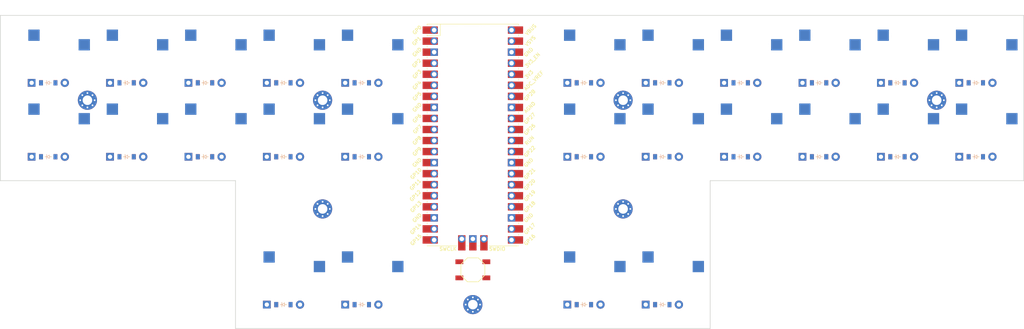
<source format=kicad_pcb>


(kicad_pcb (version 20171130) (host pcbnew 5.1.6)

  (page A3)
  (title_block
    (title "pcb")
    (rev "v1.0.0")
    (company "Unknown")
  )

  (general
    (thickness 1.6)
  )

  (layers
    (0 F.Cu signal)
    (31 B.Cu signal)
    (32 B.Adhes user)
    (33 F.Adhes user)
    (34 B.Paste user)
    (35 F.Paste user)
    (36 B.SilkS user)
    (37 F.SilkS user)
    (38 B.Mask user)
    (39 F.Mask user)
    (40 Dwgs.User user)
    (41 Cmts.User user)
    (42 Eco1.User user)
    (43 Eco2.User user)
    (44 Edge.Cuts user)
    (45 Margin user)
    (46 B.CrtYd user)
    (47 F.CrtYd user)
    (48 B.Fab user)
    (49 F.Fab user)
  )

  (setup
    (last_trace_width 0.25)
    (trace_clearance 0.2)
    (zone_clearance 0.508)
    (zone_45_only no)
    (trace_min 0.2)
    (via_size 0.8)
    (via_drill 0.4)
    (via_min_size 0.4)
    (via_min_drill 0.3)
    (uvia_size 0.3)
    (uvia_drill 0.1)
    (uvias_allowed no)
    (uvia_min_size 0.2)
    (uvia_min_drill 0.1)
    (edge_width 0.05)
    (segment_width 0.2)
    (pcb_text_width 0.3)
    (pcb_text_size 1.5 1.5)
    (mod_edge_width 0.12)
    (mod_text_size 1 1)
    (mod_text_width 0.15)
    (pad_size 1.524 1.524)
    (pad_drill 0.762)
    (pad_to_mask_clearance 0.05)
    (aux_axis_origin 0 0)
    (visible_elements FFFFFF7F)
    (pcbplotparams
      (layerselection 0x010fc_ffffffff)
      (usegerberextensions false)
      (usegerberattributes true)
      (usegerberadvancedattributes true)
      (creategerberjobfile true)
      (excludeedgelayer true)
      (linewidth 0.100000)
      (plotframeref false)
      (viasonmask false)
      (mode 1)
      (useauxorigin false)
      (hpglpennumber 1)
      (hpglpenspeed 20)
      (hpglpendiameter 15.000000)
      (psnegative false)
      (psa4output false)
      (plotreference true)
      (plotvalue true)
      (plotinvisibletext false)
      (padsonsilk false)
      (subtractmaskfromsilk false)
      (outputformat 1)
      (mirror false)
      (drillshape 1)
      (scaleselection 1)
      (outputdirectory ""))
  )

  (net 0 "")
(net 1 "GP10")
(net 2 "pinky_bottom")
(net 3 "pinky_top")
(net 4 "GP11")
(net 5 "ring_bottom")
(net 6 "ring_top")
(net 7 "GP12")
(net 8 "middle_bottom")
(net 9 "middle_top")
(net 10 "GP13")
(net 11 "index_bottom")
(net 12 "index_top")
(net 13 "GP14")
(net 14 "inner_bottom")
(net 15 "inner_top")
(net 16 "GP16")
(net 17 "GP17")
(net 18 "GP18")
(net 19 "GP19")
(net 20 "GP20")
(net 21 "GP21")
(net 22 "outer_bottom")
(net 23 "outer_top")
(net 24 "GP9")
(net 25 "GP5")
(net 26 "GP22")
(net 27 "GP28")
(net 28 "GP15")
(net 29 "GP0")
(net 30 "GP1")
(net 31 "GP2")
(net 32 "GP3")
(net 33 "GP4")
(net 34 "GP6")
(net 35 "GP7")
(net 36 "GP8")
(net 37 "GP26")
(net 38 "GP27")
(net 39 "RUN")
(net 40 "ADC_VREF")
(net 41 "3V3")
(net 42 "3V3_EN")
(net 43 "VSYS")
(net 44 "VBUS")
(net 45 "GND")
(net 46 "AGND")
(net 47 "SWCLK")
(net 48 "SWDIO")

  (net_class Default "This is the default net class."
    (clearance 0.2)
    (trace_width 0.25)
    (via_dia 0.8)
    (via_drill 0.4)
    (uvia_dia 0.3)
    (uvia_drill 0.1)
    (add_net "")
(add_net "GP10")
(add_net "pinky_bottom")
(add_net "pinky_top")
(add_net "GP11")
(add_net "ring_bottom")
(add_net "ring_top")
(add_net "GP12")
(add_net "middle_bottom")
(add_net "middle_top")
(add_net "GP13")
(add_net "index_bottom")
(add_net "index_top")
(add_net "GP14")
(add_net "inner_bottom")
(add_net "inner_top")
(add_net "GP16")
(add_net "GP17")
(add_net "GP18")
(add_net "GP19")
(add_net "GP20")
(add_net "GP21")
(add_net "outer_bottom")
(add_net "outer_top")
(add_net "GP9")
(add_net "GP5")
(add_net "GP22")
(add_net "GP28")
(add_net "GP15")
(add_net "GP0")
(add_net "GP1")
(add_net "GP2")
(add_net "GP3")
(add_net "GP4")
(add_net "GP6")
(add_net "GP7")
(add_net "GP8")
(add_net "GP26")
(add_net "GP27")
(add_net "RUN")
(add_net "ADC_VREF")
(add_net "3V3")
(add_net "3V3_EN")
(add_net "VSYS")
(add_net "VBUS")
(add_net "GND")
(add_net "AGND")
(add_net "SWCLK")
(add_net "SWDIO")
  )

  
        
      (module PG1350 (layer F.Cu) (tedit 5DD50112)
      (at 100 100 0)

      
      (fp_text reference "S1" (at 0 0) (layer F.SilkS) hide (effects (font (size 1.27 1.27) (thickness 0.15))))
      (fp_text value "" (at 0 0) (layer F.SilkS) hide (effects (font (size 1.27 1.27) (thickness 0.15))))

      
      (fp_line (start -7 -6) (end -7 -7) (layer Dwgs.User) (width 0.15))
      (fp_line (start -7 7) (end -6 7) (layer Dwgs.User) (width 0.15))
      (fp_line (start -6 -7) (end -7 -7) (layer Dwgs.User) (width 0.15))
      (fp_line (start -7 7) (end -7 6) (layer Dwgs.User) (width 0.15))
      (fp_line (start 7 6) (end 7 7) (layer Dwgs.User) (width 0.15))
      (fp_line (start 7 -7) (end 6 -7) (layer Dwgs.User) (width 0.15))
      (fp_line (start 6 7) (end 7 7) (layer Dwgs.User) (width 0.15))
      (fp_line (start 7 -7) (end 7 -6) (layer Dwgs.User) (width 0.15))      
      
      
      (pad "" np_thru_hole circle (at 0 0) (size 3.429 3.429) (drill 3.429) (layers *.Cu *.Mask))
        
      
      (pad "" np_thru_hole circle (at 5.5 0) (size 1.7018 1.7018) (drill 1.7018) (layers *.Cu *.Mask))
      (pad "" np_thru_hole circle (at -5.5 0) (size 1.7018 1.7018) (drill 1.7018) (layers *.Cu *.Mask))
      
        
      
      (fp_line (start -9 -8.5) (end 9 -8.5) (layer Dwgs.User) (width 0.15))
      (fp_line (start 9 -8.5) (end 9 8.5) (layer Dwgs.User) (width 0.15))
      (fp_line (start 9 8.5) (end -9 8.5) (layer Dwgs.User) (width 0.15))
      (fp_line (start -9 8.5) (end -9 -8.5) (layer Dwgs.User) (width 0.15))
      
        
          
          (pad "" np_thru_hole circle (at 5 -3.75) (size 3 3) (drill 3) (layers *.Cu *.Mask))
          (pad "" np_thru_hole circle (at 0 -5.95) (size 3 3) (drill 3) (layers *.Cu *.Mask))
      
          
          (pad 1 smd rect (at -3.275 -5.95 0) (size 2.6 2.6) (layers B.Cu B.Paste B.Mask)  (net 1 "GP10"))
          (pad 2 smd rect (at 8.275 -3.75 0) (size 2.6 2.6) (layers B.Cu B.Paste B.Mask)  (net 2 "pinky_bottom"))
        )
        

        
      (module PG1350 (layer F.Cu) (tedit 5DD50112)
      (at 100 83 0)

      
      (fp_text reference "S2" (at 0 0) (layer F.SilkS) hide (effects (font (size 1.27 1.27) (thickness 0.15))))
      (fp_text value "" (at 0 0) (layer F.SilkS) hide (effects (font (size 1.27 1.27) (thickness 0.15))))

      
      (fp_line (start -7 -6) (end -7 -7) (layer Dwgs.User) (width 0.15))
      (fp_line (start -7 7) (end -6 7) (layer Dwgs.User) (width 0.15))
      (fp_line (start -6 -7) (end -7 -7) (layer Dwgs.User) (width 0.15))
      (fp_line (start -7 7) (end -7 6) (layer Dwgs.User) (width 0.15))
      (fp_line (start 7 6) (end 7 7) (layer Dwgs.User) (width 0.15))
      (fp_line (start 7 -7) (end 6 -7) (layer Dwgs.User) (width 0.15))
      (fp_line (start 6 7) (end 7 7) (layer Dwgs.User) (width 0.15))
      (fp_line (start 7 -7) (end 7 -6) (layer Dwgs.User) (width 0.15))      
      
      
      (pad "" np_thru_hole circle (at 0 0) (size 3.429 3.429) (drill 3.429) (layers *.Cu *.Mask))
        
      
      (pad "" np_thru_hole circle (at 5.5 0) (size 1.7018 1.7018) (drill 1.7018) (layers *.Cu *.Mask))
      (pad "" np_thru_hole circle (at -5.5 0) (size 1.7018 1.7018) (drill 1.7018) (layers *.Cu *.Mask))
      
        
      
      (fp_line (start -9 -8.5) (end 9 -8.5) (layer Dwgs.User) (width 0.15))
      (fp_line (start 9 -8.5) (end 9 8.5) (layer Dwgs.User) (width 0.15))
      (fp_line (start 9 8.5) (end -9 8.5) (layer Dwgs.User) (width 0.15))
      (fp_line (start -9 8.5) (end -9 -8.5) (layer Dwgs.User) (width 0.15))
      
        
          
          (pad "" np_thru_hole circle (at 5 -3.75) (size 3 3) (drill 3) (layers *.Cu *.Mask))
          (pad "" np_thru_hole circle (at 0 -5.95) (size 3 3) (drill 3) (layers *.Cu *.Mask))
      
          
          (pad 1 smd rect (at -3.275 -5.95 0) (size 2.6 2.6) (layers B.Cu B.Paste B.Mask)  (net 1 "GP10"))
          (pad 2 smd rect (at 8.275 -3.75 0) (size 2.6 2.6) (layers B.Cu B.Paste B.Mask)  (net 3 "pinky_top"))
        )
        

        
      (module PG1350 (layer F.Cu) (tedit 5DD50112)
      (at 118 100 0)

      
      (fp_text reference "S3" (at 0 0) (layer F.SilkS) hide (effects (font (size 1.27 1.27) (thickness 0.15))))
      (fp_text value "" (at 0 0) (layer F.SilkS) hide (effects (font (size 1.27 1.27) (thickness 0.15))))

      
      (fp_line (start -7 -6) (end -7 -7) (layer Dwgs.User) (width 0.15))
      (fp_line (start -7 7) (end -6 7) (layer Dwgs.User) (width 0.15))
      (fp_line (start -6 -7) (end -7 -7) (layer Dwgs.User) (width 0.15))
      (fp_line (start -7 7) (end -7 6) (layer Dwgs.User) (width 0.15))
      (fp_line (start 7 6) (end 7 7) (layer Dwgs.User) (width 0.15))
      (fp_line (start 7 -7) (end 6 -7) (layer Dwgs.User) (width 0.15))
      (fp_line (start 6 7) (end 7 7) (layer Dwgs.User) (width 0.15))
      (fp_line (start 7 -7) (end 7 -6) (layer Dwgs.User) (width 0.15))      
      
      
      (pad "" np_thru_hole circle (at 0 0) (size 3.429 3.429) (drill 3.429) (layers *.Cu *.Mask))
        
      
      (pad "" np_thru_hole circle (at 5.5 0) (size 1.7018 1.7018) (drill 1.7018) (layers *.Cu *.Mask))
      (pad "" np_thru_hole circle (at -5.5 0) (size 1.7018 1.7018) (drill 1.7018) (layers *.Cu *.Mask))
      
        
      
      (fp_line (start -9 -8.5) (end 9 -8.5) (layer Dwgs.User) (width 0.15))
      (fp_line (start 9 -8.5) (end 9 8.5) (layer Dwgs.User) (width 0.15))
      (fp_line (start 9 8.5) (end -9 8.5) (layer Dwgs.User) (width 0.15))
      (fp_line (start -9 8.5) (end -9 -8.5) (layer Dwgs.User) (width 0.15))
      
        
          
          (pad "" np_thru_hole circle (at 5 -3.75) (size 3 3) (drill 3) (layers *.Cu *.Mask))
          (pad "" np_thru_hole circle (at 0 -5.95) (size 3 3) (drill 3) (layers *.Cu *.Mask))
      
          
          (pad 1 smd rect (at -3.275 -5.95 0) (size 2.6 2.6) (layers B.Cu B.Paste B.Mask)  (net 4 "GP11"))
          (pad 2 smd rect (at 8.275 -3.75 0) (size 2.6 2.6) (layers B.Cu B.Paste B.Mask)  (net 5 "ring_bottom"))
        )
        

        
      (module PG1350 (layer F.Cu) (tedit 5DD50112)
      (at 118 83 0)

      
      (fp_text reference "S4" (at 0 0) (layer F.SilkS) hide (effects (font (size 1.27 1.27) (thickness 0.15))))
      (fp_text value "" (at 0 0) (layer F.SilkS) hide (effects (font (size 1.27 1.27) (thickness 0.15))))

      
      (fp_line (start -7 -6) (end -7 -7) (layer Dwgs.User) (width 0.15))
      (fp_line (start -7 7) (end -6 7) (layer Dwgs.User) (width 0.15))
      (fp_line (start -6 -7) (end -7 -7) (layer Dwgs.User) (width 0.15))
      (fp_line (start -7 7) (end -7 6) (layer Dwgs.User) (width 0.15))
      (fp_line (start 7 6) (end 7 7) (layer Dwgs.User) (width 0.15))
      (fp_line (start 7 -7) (end 6 -7) (layer Dwgs.User) (width 0.15))
      (fp_line (start 6 7) (end 7 7) (layer Dwgs.User) (width 0.15))
      (fp_line (start 7 -7) (end 7 -6) (layer Dwgs.User) (width 0.15))      
      
      
      (pad "" np_thru_hole circle (at 0 0) (size 3.429 3.429) (drill 3.429) (layers *.Cu *.Mask))
        
      
      (pad "" np_thru_hole circle (at 5.5 0) (size 1.7018 1.7018) (drill 1.7018) (layers *.Cu *.Mask))
      (pad "" np_thru_hole circle (at -5.5 0) (size 1.7018 1.7018) (drill 1.7018) (layers *.Cu *.Mask))
      
        
      
      (fp_line (start -9 -8.5) (end 9 -8.5) (layer Dwgs.User) (width 0.15))
      (fp_line (start 9 -8.5) (end 9 8.5) (layer Dwgs.User) (width 0.15))
      (fp_line (start 9 8.5) (end -9 8.5) (layer Dwgs.User) (width 0.15))
      (fp_line (start -9 8.5) (end -9 -8.5) (layer Dwgs.User) (width 0.15))
      
        
          
          (pad "" np_thru_hole circle (at 5 -3.75) (size 3 3) (drill 3) (layers *.Cu *.Mask))
          (pad "" np_thru_hole circle (at 0 -5.95) (size 3 3) (drill 3) (layers *.Cu *.Mask))
      
          
          (pad 1 smd rect (at -3.275 -5.95 0) (size 2.6 2.6) (layers B.Cu B.Paste B.Mask)  (net 4 "GP11"))
          (pad 2 smd rect (at 8.275 -3.75 0) (size 2.6 2.6) (layers B.Cu B.Paste B.Mask)  (net 6 "ring_top"))
        )
        

        
      (module PG1350 (layer F.Cu) (tedit 5DD50112)
      (at 136 100 0)

      
      (fp_text reference "S5" (at 0 0) (layer F.SilkS) hide (effects (font (size 1.27 1.27) (thickness 0.15))))
      (fp_text value "" (at 0 0) (layer F.SilkS) hide (effects (font (size 1.27 1.27) (thickness 0.15))))

      
      (fp_line (start -7 -6) (end -7 -7) (layer Dwgs.User) (width 0.15))
      (fp_line (start -7 7) (end -6 7) (layer Dwgs.User) (width 0.15))
      (fp_line (start -6 -7) (end -7 -7) (layer Dwgs.User) (width 0.15))
      (fp_line (start -7 7) (end -7 6) (layer Dwgs.User) (width 0.15))
      (fp_line (start 7 6) (end 7 7) (layer Dwgs.User) (width 0.15))
      (fp_line (start 7 -7) (end 6 -7) (layer Dwgs.User) (width 0.15))
      (fp_line (start 6 7) (end 7 7) (layer Dwgs.User) (width 0.15))
      (fp_line (start 7 -7) (end 7 -6) (layer Dwgs.User) (width 0.15))      
      
      
      (pad "" np_thru_hole circle (at 0 0) (size 3.429 3.429) (drill 3.429) (layers *.Cu *.Mask))
        
      
      (pad "" np_thru_hole circle (at 5.5 0) (size 1.7018 1.7018) (drill 1.7018) (layers *.Cu *.Mask))
      (pad "" np_thru_hole circle (at -5.5 0) (size 1.7018 1.7018) (drill 1.7018) (layers *.Cu *.Mask))
      
        
      
      (fp_line (start -9 -8.5) (end 9 -8.5) (layer Dwgs.User) (width 0.15))
      (fp_line (start 9 -8.5) (end 9 8.5) (layer Dwgs.User) (width 0.15))
      (fp_line (start 9 8.5) (end -9 8.5) (layer Dwgs.User) (width 0.15))
      (fp_line (start -9 8.5) (end -9 -8.5) (layer Dwgs.User) (width 0.15))
      
        
          
          (pad "" np_thru_hole circle (at 5 -3.75) (size 3 3) (drill 3) (layers *.Cu *.Mask))
          (pad "" np_thru_hole circle (at 0 -5.95) (size 3 3) (drill 3) (layers *.Cu *.Mask))
      
          
          (pad 1 smd rect (at -3.275 -5.95 0) (size 2.6 2.6) (layers B.Cu B.Paste B.Mask)  (net 7 "GP12"))
          (pad 2 smd rect (at 8.275 -3.75 0) (size 2.6 2.6) (layers B.Cu B.Paste B.Mask)  (net 8 "middle_bottom"))
        )
        

        
      (module PG1350 (layer F.Cu) (tedit 5DD50112)
      (at 136 83 0)

      
      (fp_text reference "S6" (at 0 0) (layer F.SilkS) hide (effects (font (size 1.27 1.27) (thickness 0.15))))
      (fp_text value "" (at 0 0) (layer F.SilkS) hide (effects (font (size 1.27 1.27) (thickness 0.15))))

      
      (fp_line (start -7 -6) (end -7 -7) (layer Dwgs.User) (width 0.15))
      (fp_line (start -7 7) (end -6 7) (layer Dwgs.User) (width 0.15))
      (fp_line (start -6 -7) (end -7 -7) (layer Dwgs.User) (width 0.15))
      (fp_line (start -7 7) (end -7 6) (layer Dwgs.User) (width 0.15))
      (fp_line (start 7 6) (end 7 7) (layer Dwgs.User) (width 0.15))
      (fp_line (start 7 -7) (end 6 -7) (layer Dwgs.User) (width 0.15))
      (fp_line (start 6 7) (end 7 7) (layer Dwgs.User) (width 0.15))
      (fp_line (start 7 -7) (end 7 -6) (layer Dwgs.User) (width 0.15))      
      
      
      (pad "" np_thru_hole circle (at 0 0) (size 3.429 3.429) (drill 3.429) (layers *.Cu *.Mask))
        
      
      (pad "" np_thru_hole circle (at 5.5 0) (size 1.7018 1.7018) (drill 1.7018) (layers *.Cu *.Mask))
      (pad "" np_thru_hole circle (at -5.5 0) (size 1.7018 1.7018) (drill 1.7018) (layers *.Cu *.Mask))
      
        
      
      (fp_line (start -9 -8.5) (end 9 -8.5) (layer Dwgs.User) (width 0.15))
      (fp_line (start 9 -8.5) (end 9 8.5) (layer Dwgs.User) (width 0.15))
      (fp_line (start 9 8.5) (end -9 8.5) (layer Dwgs.User) (width 0.15))
      (fp_line (start -9 8.5) (end -9 -8.5) (layer Dwgs.User) (width 0.15))
      
        
          
          (pad "" np_thru_hole circle (at 5 -3.75) (size 3 3) (drill 3) (layers *.Cu *.Mask))
          (pad "" np_thru_hole circle (at 0 -5.95) (size 3 3) (drill 3) (layers *.Cu *.Mask))
      
          
          (pad 1 smd rect (at -3.275 -5.95 0) (size 2.6 2.6) (layers B.Cu B.Paste B.Mask)  (net 7 "GP12"))
          (pad 2 smd rect (at 8.275 -3.75 0) (size 2.6 2.6) (layers B.Cu B.Paste B.Mask)  (net 9 "middle_top"))
        )
        

        
      (module PG1350 (layer F.Cu) (tedit 5DD50112)
      (at 154 100 0)

      
      (fp_text reference "S7" (at 0 0) (layer F.SilkS) hide (effects (font (size 1.27 1.27) (thickness 0.15))))
      (fp_text value "" (at 0 0) (layer F.SilkS) hide (effects (font (size 1.27 1.27) (thickness 0.15))))

      
      (fp_line (start -7 -6) (end -7 -7) (layer Dwgs.User) (width 0.15))
      (fp_line (start -7 7) (end -6 7) (layer Dwgs.User) (width 0.15))
      (fp_line (start -6 -7) (end -7 -7) (layer Dwgs.User) (width 0.15))
      (fp_line (start -7 7) (end -7 6) (layer Dwgs.User) (width 0.15))
      (fp_line (start 7 6) (end 7 7) (layer Dwgs.User) (width 0.15))
      (fp_line (start 7 -7) (end 6 -7) (layer Dwgs.User) (width 0.15))
      (fp_line (start 6 7) (end 7 7) (layer Dwgs.User) (width 0.15))
      (fp_line (start 7 -7) (end 7 -6) (layer Dwgs.User) (width 0.15))      
      
      
      (pad "" np_thru_hole circle (at 0 0) (size 3.429 3.429) (drill 3.429) (layers *.Cu *.Mask))
        
      
      (pad "" np_thru_hole circle (at 5.5 0) (size 1.7018 1.7018) (drill 1.7018) (layers *.Cu *.Mask))
      (pad "" np_thru_hole circle (at -5.5 0) (size 1.7018 1.7018) (drill 1.7018) (layers *.Cu *.Mask))
      
        
      
      (fp_line (start -9 -8.5) (end 9 -8.5) (layer Dwgs.User) (width 0.15))
      (fp_line (start 9 -8.5) (end 9 8.5) (layer Dwgs.User) (width 0.15))
      (fp_line (start 9 8.5) (end -9 8.5) (layer Dwgs.User) (width 0.15))
      (fp_line (start -9 8.5) (end -9 -8.5) (layer Dwgs.User) (width 0.15))
      
        
          
          (pad "" np_thru_hole circle (at 5 -3.75) (size 3 3) (drill 3) (layers *.Cu *.Mask))
          (pad "" np_thru_hole circle (at 0 -5.95) (size 3 3) (drill 3) (layers *.Cu *.Mask))
      
          
          (pad 1 smd rect (at -3.275 -5.95 0) (size 2.6 2.6) (layers B.Cu B.Paste B.Mask)  (net 10 "GP13"))
          (pad 2 smd rect (at 8.275 -3.75 0) (size 2.6 2.6) (layers B.Cu B.Paste B.Mask)  (net 11 "index_bottom"))
        )
        

        
      (module PG1350 (layer F.Cu) (tedit 5DD50112)
      (at 154 83 0)

      
      (fp_text reference "S8" (at 0 0) (layer F.SilkS) hide (effects (font (size 1.27 1.27) (thickness 0.15))))
      (fp_text value "" (at 0 0) (layer F.SilkS) hide (effects (font (size 1.27 1.27) (thickness 0.15))))

      
      (fp_line (start -7 -6) (end -7 -7) (layer Dwgs.User) (width 0.15))
      (fp_line (start -7 7) (end -6 7) (layer Dwgs.User) (width 0.15))
      (fp_line (start -6 -7) (end -7 -7) (layer Dwgs.User) (width 0.15))
      (fp_line (start -7 7) (end -7 6) (layer Dwgs.User) (width 0.15))
      (fp_line (start 7 6) (end 7 7) (layer Dwgs.User) (width 0.15))
      (fp_line (start 7 -7) (end 6 -7) (layer Dwgs.User) (width 0.15))
      (fp_line (start 6 7) (end 7 7) (layer Dwgs.User) (width 0.15))
      (fp_line (start 7 -7) (end 7 -6) (layer Dwgs.User) (width 0.15))      
      
      
      (pad "" np_thru_hole circle (at 0 0) (size 3.429 3.429) (drill 3.429) (layers *.Cu *.Mask))
        
      
      (pad "" np_thru_hole circle (at 5.5 0) (size 1.7018 1.7018) (drill 1.7018) (layers *.Cu *.Mask))
      (pad "" np_thru_hole circle (at -5.5 0) (size 1.7018 1.7018) (drill 1.7018) (layers *.Cu *.Mask))
      
        
      
      (fp_line (start -9 -8.5) (end 9 -8.5) (layer Dwgs.User) (width 0.15))
      (fp_line (start 9 -8.5) (end 9 8.5) (layer Dwgs.User) (width 0.15))
      (fp_line (start 9 8.5) (end -9 8.5) (layer Dwgs.User) (width 0.15))
      (fp_line (start -9 8.5) (end -9 -8.5) (layer Dwgs.User) (width 0.15))
      
        
          
          (pad "" np_thru_hole circle (at 5 -3.75) (size 3 3) (drill 3) (layers *.Cu *.Mask))
          (pad "" np_thru_hole circle (at 0 -5.95) (size 3 3) (drill 3) (layers *.Cu *.Mask))
      
          
          (pad 1 smd rect (at -3.275 -5.95 0) (size 2.6 2.6) (layers B.Cu B.Paste B.Mask)  (net 10 "GP13"))
          (pad 2 smd rect (at 8.275 -3.75 0) (size 2.6 2.6) (layers B.Cu B.Paste B.Mask)  (net 12 "index_top"))
        )
        

        
      (module PG1350 (layer F.Cu) (tedit 5DD50112)
      (at 172 100 0)

      
      (fp_text reference "S9" (at 0 0) (layer F.SilkS) hide (effects (font (size 1.27 1.27) (thickness 0.15))))
      (fp_text value "" (at 0 0) (layer F.SilkS) hide (effects (font (size 1.27 1.27) (thickness 0.15))))

      
      (fp_line (start -7 -6) (end -7 -7) (layer Dwgs.User) (width 0.15))
      (fp_line (start -7 7) (end -6 7) (layer Dwgs.User) (width 0.15))
      (fp_line (start -6 -7) (end -7 -7) (layer Dwgs.User) (width 0.15))
      (fp_line (start -7 7) (end -7 6) (layer Dwgs.User) (width 0.15))
      (fp_line (start 7 6) (end 7 7) (layer Dwgs.User) (width 0.15))
      (fp_line (start 7 -7) (end 6 -7) (layer Dwgs.User) (width 0.15))
      (fp_line (start 6 7) (end 7 7) (layer Dwgs.User) (width 0.15))
      (fp_line (start 7 -7) (end 7 -6) (layer Dwgs.User) (width 0.15))      
      
      
      (pad "" np_thru_hole circle (at 0 0) (size 3.429 3.429) (drill 3.429) (layers *.Cu *.Mask))
        
      
      (pad "" np_thru_hole circle (at 5.5 0) (size 1.7018 1.7018) (drill 1.7018) (layers *.Cu *.Mask))
      (pad "" np_thru_hole circle (at -5.5 0) (size 1.7018 1.7018) (drill 1.7018) (layers *.Cu *.Mask))
      
        
      
      (fp_line (start -9 -8.5) (end 9 -8.5) (layer Dwgs.User) (width 0.15))
      (fp_line (start 9 -8.5) (end 9 8.5) (layer Dwgs.User) (width 0.15))
      (fp_line (start 9 8.5) (end -9 8.5) (layer Dwgs.User) (width 0.15))
      (fp_line (start -9 8.5) (end -9 -8.5) (layer Dwgs.User) (width 0.15))
      
        
          
          (pad "" np_thru_hole circle (at 5 -3.75) (size 3 3) (drill 3) (layers *.Cu *.Mask))
          (pad "" np_thru_hole circle (at 0 -5.95) (size 3 3) (drill 3) (layers *.Cu *.Mask))
      
          
          (pad 1 smd rect (at -3.275 -5.95 0) (size 2.6 2.6) (layers B.Cu B.Paste B.Mask)  (net 13 "GP14"))
          (pad 2 smd rect (at 8.275 -3.75 0) (size 2.6 2.6) (layers B.Cu B.Paste B.Mask)  (net 14 "inner_bottom"))
        )
        

        
      (module PG1350 (layer F.Cu) (tedit 5DD50112)
      (at 172 83 0)

      
      (fp_text reference "S10" (at 0 0) (layer F.SilkS) hide (effects (font (size 1.27 1.27) (thickness 0.15))))
      (fp_text value "" (at 0 0) (layer F.SilkS) hide (effects (font (size 1.27 1.27) (thickness 0.15))))

      
      (fp_line (start -7 -6) (end -7 -7) (layer Dwgs.User) (width 0.15))
      (fp_line (start -7 7) (end -6 7) (layer Dwgs.User) (width 0.15))
      (fp_line (start -6 -7) (end -7 -7) (layer Dwgs.User) (width 0.15))
      (fp_line (start -7 7) (end -7 6) (layer Dwgs.User) (width 0.15))
      (fp_line (start 7 6) (end 7 7) (layer Dwgs.User) (width 0.15))
      (fp_line (start 7 -7) (end 6 -7) (layer Dwgs.User) (width 0.15))
      (fp_line (start 6 7) (end 7 7) (layer Dwgs.User) (width 0.15))
      (fp_line (start 7 -7) (end 7 -6) (layer Dwgs.User) (width 0.15))      
      
      
      (pad "" np_thru_hole circle (at 0 0) (size 3.429 3.429) (drill 3.429) (layers *.Cu *.Mask))
        
      
      (pad "" np_thru_hole circle (at 5.5 0) (size 1.7018 1.7018) (drill 1.7018) (layers *.Cu *.Mask))
      (pad "" np_thru_hole circle (at -5.5 0) (size 1.7018 1.7018) (drill 1.7018) (layers *.Cu *.Mask))
      
        
      
      (fp_line (start -9 -8.5) (end 9 -8.5) (layer Dwgs.User) (width 0.15))
      (fp_line (start 9 -8.5) (end 9 8.5) (layer Dwgs.User) (width 0.15))
      (fp_line (start 9 8.5) (end -9 8.5) (layer Dwgs.User) (width 0.15))
      (fp_line (start -9 8.5) (end -9 -8.5) (layer Dwgs.User) (width 0.15))
      
        
          
          (pad "" np_thru_hole circle (at 5 -3.75) (size 3 3) (drill 3) (layers *.Cu *.Mask))
          (pad "" np_thru_hole circle (at 0 -5.95) (size 3 3) (drill 3) (layers *.Cu *.Mask))
      
          
          (pad 1 smd rect (at -3.275 -5.95 0) (size 2.6 2.6) (layers B.Cu B.Paste B.Mask)  (net 13 "GP14"))
          (pad 2 smd rect (at 8.275 -3.75 0) (size 2.6 2.6) (layers B.Cu B.Paste B.Mask)  (net 15 "inner_top"))
        )
        

        
      (module PG1350 (layer F.Cu) (tedit 5DD50112)
      (at 223 100 0)

      
      (fp_text reference "S11" (at 0 0) (layer F.SilkS) hide (effects (font (size 1.27 1.27) (thickness 0.15))))
      (fp_text value "" (at 0 0) (layer F.SilkS) hide (effects (font (size 1.27 1.27) (thickness 0.15))))

      
      (fp_line (start -7 -6) (end -7 -7) (layer Dwgs.User) (width 0.15))
      (fp_line (start -7 7) (end -6 7) (layer Dwgs.User) (width 0.15))
      (fp_line (start -6 -7) (end -7 -7) (layer Dwgs.User) (width 0.15))
      (fp_line (start -7 7) (end -7 6) (layer Dwgs.User) (width 0.15))
      (fp_line (start 7 6) (end 7 7) (layer Dwgs.User) (width 0.15))
      (fp_line (start 7 -7) (end 6 -7) (layer Dwgs.User) (width 0.15))
      (fp_line (start 6 7) (end 7 7) (layer Dwgs.User) (width 0.15))
      (fp_line (start 7 -7) (end 7 -6) (layer Dwgs.User) (width 0.15))      
      
      
      (pad "" np_thru_hole circle (at 0 0) (size 3.429 3.429) (drill 3.429) (layers *.Cu *.Mask))
        
      
      (pad "" np_thru_hole circle (at 5.5 0) (size 1.7018 1.7018) (drill 1.7018) (layers *.Cu *.Mask))
      (pad "" np_thru_hole circle (at -5.5 0) (size 1.7018 1.7018) (drill 1.7018) (layers *.Cu *.Mask))
      
        
      
      (fp_line (start -9 -8.5) (end 9 -8.5) (layer Dwgs.User) (width 0.15))
      (fp_line (start 9 -8.5) (end 9 8.5) (layer Dwgs.User) (width 0.15))
      (fp_line (start 9 8.5) (end -9 8.5) (layer Dwgs.User) (width 0.15))
      (fp_line (start -9 8.5) (end -9 -8.5) (layer Dwgs.User) (width 0.15))
      
        
          
          (pad "" np_thru_hole circle (at 5 -3.75) (size 3 3) (drill 3) (layers *.Cu *.Mask))
          (pad "" np_thru_hole circle (at 0 -5.95) (size 3 3) (drill 3) (layers *.Cu *.Mask))
      
          
          (pad 1 smd rect (at -3.275 -5.95 0) (size 2.6 2.6) (layers B.Cu B.Paste B.Mask)  (net 16 "GP16"))
          (pad 2 smd rect (at 8.275 -3.75 0) (size 2.6 2.6) (layers B.Cu B.Paste B.Mask)  (net 14 "inner_bottom"))
        )
        

        
      (module PG1350 (layer F.Cu) (tedit 5DD50112)
      (at 223 83 0)

      
      (fp_text reference "S12" (at 0 0) (layer F.SilkS) hide (effects (font (size 1.27 1.27) (thickness 0.15))))
      (fp_text value "" (at 0 0) (layer F.SilkS) hide (effects (font (size 1.27 1.27) (thickness 0.15))))

      
      (fp_line (start -7 -6) (end -7 -7) (layer Dwgs.User) (width 0.15))
      (fp_line (start -7 7) (end -6 7) (layer Dwgs.User) (width 0.15))
      (fp_line (start -6 -7) (end -7 -7) (layer Dwgs.User) (width 0.15))
      (fp_line (start -7 7) (end -7 6) (layer Dwgs.User) (width 0.15))
      (fp_line (start 7 6) (end 7 7) (layer Dwgs.User) (width 0.15))
      (fp_line (start 7 -7) (end 6 -7) (layer Dwgs.User) (width 0.15))
      (fp_line (start 6 7) (end 7 7) (layer Dwgs.User) (width 0.15))
      (fp_line (start 7 -7) (end 7 -6) (layer Dwgs.User) (width 0.15))      
      
      
      (pad "" np_thru_hole circle (at 0 0) (size 3.429 3.429) (drill 3.429) (layers *.Cu *.Mask))
        
      
      (pad "" np_thru_hole circle (at 5.5 0) (size 1.7018 1.7018) (drill 1.7018) (layers *.Cu *.Mask))
      (pad "" np_thru_hole circle (at -5.5 0) (size 1.7018 1.7018) (drill 1.7018) (layers *.Cu *.Mask))
      
        
      
      (fp_line (start -9 -8.5) (end 9 -8.5) (layer Dwgs.User) (width 0.15))
      (fp_line (start 9 -8.5) (end 9 8.5) (layer Dwgs.User) (width 0.15))
      (fp_line (start 9 8.5) (end -9 8.5) (layer Dwgs.User) (width 0.15))
      (fp_line (start -9 8.5) (end -9 -8.5) (layer Dwgs.User) (width 0.15))
      
        
          
          (pad "" np_thru_hole circle (at 5 -3.75) (size 3 3) (drill 3) (layers *.Cu *.Mask))
          (pad "" np_thru_hole circle (at 0 -5.95) (size 3 3) (drill 3) (layers *.Cu *.Mask))
      
          
          (pad 1 smd rect (at -3.275 -5.95 0) (size 2.6 2.6) (layers B.Cu B.Paste B.Mask)  (net 16 "GP16"))
          (pad 2 smd rect (at 8.275 -3.75 0) (size 2.6 2.6) (layers B.Cu B.Paste B.Mask)  (net 15 "inner_top"))
        )
        

        
      (module PG1350 (layer F.Cu) (tedit 5DD50112)
      (at 241 100 0)

      
      (fp_text reference "S13" (at 0 0) (layer F.SilkS) hide (effects (font (size 1.27 1.27) (thickness 0.15))))
      (fp_text value "" (at 0 0) (layer F.SilkS) hide (effects (font (size 1.27 1.27) (thickness 0.15))))

      
      (fp_line (start -7 -6) (end -7 -7) (layer Dwgs.User) (width 0.15))
      (fp_line (start -7 7) (end -6 7) (layer Dwgs.User) (width 0.15))
      (fp_line (start -6 -7) (end -7 -7) (layer Dwgs.User) (width 0.15))
      (fp_line (start -7 7) (end -7 6) (layer Dwgs.User) (width 0.15))
      (fp_line (start 7 6) (end 7 7) (layer Dwgs.User) (width 0.15))
      (fp_line (start 7 -7) (end 6 -7) (layer Dwgs.User) (width 0.15))
      (fp_line (start 6 7) (end 7 7) (layer Dwgs.User) (width 0.15))
      (fp_line (start 7 -7) (end 7 -6) (layer Dwgs.User) (width 0.15))      
      
      
      (pad "" np_thru_hole circle (at 0 0) (size 3.429 3.429) (drill 3.429) (layers *.Cu *.Mask))
        
      
      (pad "" np_thru_hole circle (at 5.5 0) (size 1.7018 1.7018) (drill 1.7018) (layers *.Cu *.Mask))
      (pad "" np_thru_hole circle (at -5.5 0) (size 1.7018 1.7018) (drill 1.7018) (layers *.Cu *.Mask))
      
        
      
      (fp_line (start -9 -8.5) (end 9 -8.5) (layer Dwgs.User) (width 0.15))
      (fp_line (start 9 -8.5) (end 9 8.5) (layer Dwgs.User) (width 0.15))
      (fp_line (start 9 8.5) (end -9 8.5) (layer Dwgs.User) (width 0.15))
      (fp_line (start -9 8.5) (end -9 -8.5) (layer Dwgs.User) (width 0.15))
      
        
          
          (pad "" np_thru_hole circle (at 5 -3.75) (size 3 3) (drill 3) (layers *.Cu *.Mask))
          (pad "" np_thru_hole circle (at 0 -5.95) (size 3 3) (drill 3) (layers *.Cu *.Mask))
      
          
          (pad 1 smd rect (at -3.275 -5.95 0) (size 2.6 2.6) (layers B.Cu B.Paste B.Mask)  (net 17 "GP17"))
          (pad 2 smd rect (at 8.275 -3.75 0) (size 2.6 2.6) (layers B.Cu B.Paste B.Mask)  (net 11 "index_bottom"))
        )
        

        
      (module PG1350 (layer F.Cu) (tedit 5DD50112)
      (at 241 83 0)

      
      (fp_text reference "S14" (at 0 0) (layer F.SilkS) hide (effects (font (size 1.27 1.27) (thickness 0.15))))
      (fp_text value "" (at 0 0) (layer F.SilkS) hide (effects (font (size 1.27 1.27) (thickness 0.15))))

      
      (fp_line (start -7 -6) (end -7 -7) (layer Dwgs.User) (width 0.15))
      (fp_line (start -7 7) (end -6 7) (layer Dwgs.User) (width 0.15))
      (fp_line (start -6 -7) (end -7 -7) (layer Dwgs.User) (width 0.15))
      (fp_line (start -7 7) (end -7 6) (layer Dwgs.User) (width 0.15))
      (fp_line (start 7 6) (end 7 7) (layer Dwgs.User) (width 0.15))
      (fp_line (start 7 -7) (end 6 -7) (layer Dwgs.User) (width 0.15))
      (fp_line (start 6 7) (end 7 7) (layer Dwgs.User) (width 0.15))
      (fp_line (start 7 -7) (end 7 -6) (layer Dwgs.User) (width 0.15))      
      
      
      (pad "" np_thru_hole circle (at 0 0) (size 3.429 3.429) (drill 3.429) (layers *.Cu *.Mask))
        
      
      (pad "" np_thru_hole circle (at 5.5 0) (size 1.7018 1.7018) (drill 1.7018) (layers *.Cu *.Mask))
      (pad "" np_thru_hole circle (at -5.5 0) (size 1.7018 1.7018) (drill 1.7018) (layers *.Cu *.Mask))
      
        
      
      (fp_line (start -9 -8.5) (end 9 -8.5) (layer Dwgs.User) (width 0.15))
      (fp_line (start 9 -8.5) (end 9 8.5) (layer Dwgs.User) (width 0.15))
      (fp_line (start 9 8.5) (end -9 8.5) (layer Dwgs.User) (width 0.15))
      (fp_line (start -9 8.5) (end -9 -8.5) (layer Dwgs.User) (width 0.15))
      
        
          
          (pad "" np_thru_hole circle (at 5 -3.75) (size 3 3) (drill 3) (layers *.Cu *.Mask))
          (pad "" np_thru_hole circle (at 0 -5.95) (size 3 3) (drill 3) (layers *.Cu *.Mask))
      
          
          (pad 1 smd rect (at -3.275 -5.95 0) (size 2.6 2.6) (layers B.Cu B.Paste B.Mask)  (net 17 "GP17"))
          (pad 2 smd rect (at 8.275 -3.75 0) (size 2.6 2.6) (layers B.Cu B.Paste B.Mask)  (net 12 "index_top"))
        )
        

        
      (module PG1350 (layer F.Cu) (tedit 5DD50112)
      (at 259 100 0)

      
      (fp_text reference "S15" (at 0 0) (layer F.SilkS) hide (effects (font (size 1.27 1.27) (thickness 0.15))))
      (fp_text value "" (at 0 0) (layer F.SilkS) hide (effects (font (size 1.27 1.27) (thickness 0.15))))

      
      (fp_line (start -7 -6) (end -7 -7) (layer Dwgs.User) (width 0.15))
      (fp_line (start -7 7) (end -6 7) (layer Dwgs.User) (width 0.15))
      (fp_line (start -6 -7) (end -7 -7) (layer Dwgs.User) (width 0.15))
      (fp_line (start -7 7) (end -7 6) (layer Dwgs.User) (width 0.15))
      (fp_line (start 7 6) (end 7 7) (layer Dwgs.User) (width 0.15))
      (fp_line (start 7 -7) (end 6 -7) (layer Dwgs.User) (width 0.15))
      (fp_line (start 6 7) (end 7 7) (layer Dwgs.User) (width 0.15))
      (fp_line (start 7 -7) (end 7 -6) (layer Dwgs.User) (width 0.15))      
      
      
      (pad "" np_thru_hole circle (at 0 0) (size 3.429 3.429) (drill 3.429) (layers *.Cu *.Mask))
        
      
      (pad "" np_thru_hole circle (at 5.5 0) (size 1.7018 1.7018) (drill 1.7018) (layers *.Cu *.Mask))
      (pad "" np_thru_hole circle (at -5.5 0) (size 1.7018 1.7018) (drill 1.7018) (layers *.Cu *.Mask))
      
        
      
      (fp_line (start -9 -8.5) (end 9 -8.5) (layer Dwgs.User) (width 0.15))
      (fp_line (start 9 -8.5) (end 9 8.5) (layer Dwgs.User) (width 0.15))
      (fp_line (start 9 8.5) (end -9 8.5) (layer Dwgs.User) (width 0.15))
      (fp_line (start -9 8.5) (end -9 -8.5) (layer Dwgs.User) (width 0.15))
      
        
          
          (pad "" np_thru_hole circle (at 5 -3.75) (size 3 3) (drill 3) (layers *.Cu *.Mask))
          (pad "" np_thru_hole circle (at 0 -5.95) (size 3 3) (drill 3) (layers *.Cu *.Mask))
      
          
          (pad 1 smd rect (at -3.275 -5.95 0) (size 2.6 2.6) (layers B.Cu B.Paste B.Mask)  (net 18 "GP18"))
          (pad 2 smd rect (at 8.275 -3.75 0) (size 2.6 2.6) (layers B.Cu B.Paste B.Mask)  (net 8 "middle_bottom"))
        )
        

        
      (module PG1350 (layer F.Cu) (tedit 5DD50112)
      (at 259 83 0)

      
      (fp_text reference "S16" (at 0 0) (layer F.SilkS) hide (effects (font (size 1.27 1.27) (thickness 0.15))))
      (fp_text value "" (at 0 0) (layer F.SilkS) hide (effects (font (size 1.27 1.27) (thickness 0.15))))

      
      (fp_line (start -7 -6) (end -7 -7) (layer Dwgs.User) (width 0.15))
      (fp_line (start -7 7) (end -6 7) (layer Dwgs.User) (width 0.15))
      (fp_line (start -6 -7) (end -7 -7) (layer Dwgs.User) (width 0.15))
      (fp_line (start -7 7) (end -7 6) (layer Dwgs.User) (width 0.15))
      (fp_line (start 7 6) (end 7 7) (layer Dwgs.User) (width 0.15))
      (fp_line (start 7 -7) (end 6 -7) (layer Dwgs.User) (width 0.15))
      (fp_line (start 6 7) (end 7 7) (layer Dwgs.User) (width 0.15))
      (fp_line (start 7 -7) (end 7 -6) (layer Dwgs.User) (width 0.15))      
      
      
      (pad "" np_thru_hole circle (at 0 0) (size 3.429 3.429) (drill 3.429) (layers *.Cu *.Mask))
        
      
      (pad "" np_thru_hole circle (at 5.5 0) (size 1.7018 1.7018) (drill 1.7018) (layers *.Cu *.Mask))
      (pad "" np_thru_hole circle (at -5.5 0) (size 1.7018 1.7018) (drill 1.7018) (layers *.Cu *.Mask))
      
        
      
      (fp_line (start -9 -8.5) (end 9 -8.5) (layer Dwgs.User) (width 0.15))
      (fp_line (start 9 -8.5) (end 9 8.5) (layer Dwgs.User) (width 0.15))
      (fp_line (start 9 8.5) (end -9 8.5) (layer Dwgs.User) (width 0.15))
      (fp_line (start -9 8.5) (end -9 -8.5) (layer Dwgs.User) (width 0.15))
      
        
          
          (pad "" np_thru_hole circle (at 5 -3.75) (size 3 3) (drill 3) (layers *.Cu *.Mask))
          (pad "" np_thru_hole circle (at 0 -5.95) (size 3 3) (drill 3) (layers *.Cu *.Mask))
      
          
          (pad 1 smd rect (at -3.275 -5.95 0) (size 2.6 2.6) (layers B.Cu B.Paste B.Mask)  (net 18 "GP18"))
          (pad 2 smd rect (at 8.275 -3.75 0) (size 2.6 2.6) (layers B.Cu B.Paste B.Mask)  (net 9 "middle_top"))
        )
        

        
      (module PG1350 (layer F.Cu) (tedit 5DD50112)
      (at 277 100 0)

      
      (fp_text reference "S17" (at 0 0) (layer F.SilkS) hide (effects (font (size 1.27 1.27) (thickness 0.15))))
      (fp_text value "" (at 0 0) (layer F.SilkS) hide (effects (font (size 1.27 1.27) (thickness 0.15))))

      
      (fp_line (start -7 -6) (end -7 -7) (layer Dwgs.User) (width 0.15))
      (fp_line (start -7 7) (end -6 7) (layer Dwgs.User) (width 0.15))
      (fp_line (start -6 -7) (end -7 -7) (layer Dwgs.User) (width 0.15))
      (fp_line (start -7 7) (end -7 6) (layer Dwgs.User) (width 0.15))
      (fp_line (start 7 6) (end 7 7) (layer Dwgs.User) (width 0.15))
      (fp_line (start 7 -7) (end 6 -7) (layer Dwgs.User) (width 0.15))
      (fp_line (start 6 7) (end 7 7) (layer Dwgs.User) (width 0.15))
      (fp_line (start 7 -7) (end 7 -6) (layer Dwgs.User) (width 0.15))      
      
      
      (pad "" np_thru_hole circle (at 0 0) (size 3.429 3.429) (drill 3.429) (layers *.Cu *.Mask))
        
      
      (pad "" np_thru_hole circle (at 5.5 0) (size 1.7018 1.7018) (drill 1.7018) (layers *.Cu *.Mask))
      (pad "" np_thru_hole circle (at -5.5 0) (size 1.7018 1.7018) (drill 1.7018) (layers *.Cu *.Mask))
      
        
      
      (fp_line (start -9 -8.5) (end 9 -8.5) (layer Dwgs.User) (width 0.15))
      (fp_line (start 9 -8.5) (end 9 8.5) (layer Dwgs.User) (width 0.15))
      (fp_line (start 9 8.5) (end -9 8.5) (layer Dwgs.User) (width 0.15))
      (fp_line (start -9 8.5) (end -9 -8.5) (layer Dwgs.User) (width 0.15))
      
        
          
          (pad "" np_thru_hole circle (at 5 -3.75) (size 3 3) (drill 3) (layers *.Cu *.Mask))
          (pad "" np_thru_hole circle (at 0 -5.95) (size 3 3) (drill 3) (layers *.Cu *.Mask))
      
          
          (pad 1 smd rect (at -3.275 -5.95 0) (size 2.6 2.6) (layers B.Cu B.Paste B.Mask)  (net 19 "GP19"))
          (pad 2 smd rect (at 8.275 -3.75 0) (size 2.6 2.6) (layers B.Cu B.Paste B.Mask)  (net 5 "ring_bottom"))
        )
        

        
      (module PG1350 (layer F.Cu) (tedit 5DD50112)
      (at 277 83 0)

      
      (fp_text reference "S18" (at 0 0) (layer F.SilkS) hide (effects (font (size 1.27 1.27) (thickness 0.15))))
      (fp_text value "" (at 0 0) (layer F.SilkS) hide (effects (font (size 1.27 1.27) (thickness 0.15))))

      
      (fp_line (start -7 -6) (end -7 -7) (layer Dwgs.User) (width 0.15))
      (fp_line (start -7 7) (end -6 7) (layer Dwgs.User) (width 0.15))
      (fp_line (start -6 -7) (end -7 -7) (layer Dwgs.User) (width 0.15))
      (fp_line (start -7 7) (end -7 6) (layer Dwgs.User) (width 0.15))
      (fp_line (start 7 6) (end 7 7) (layer Dwgs.User) (width 0.15))
      (fp_line (start 7 -7) (end 6 -7) (layer Dwgs.User) (width 0.15))
      (fp_line (start 6 7) (end 7 7) (layer Dwgs.User) (width 0.15))
      (fp_line (start 7 -7) (end 7 -6) (layer Dwgs.User) (width 0.15))      
      
      
      (pad "" np_thru_hole circle (at 0 0) (size 3.429 3.429) (drill 3.429) (layers *.Cu *.Mask))
        
      
      (pad "" np_thru_hole circle (at 5.5 0) (size 1.7018 1.7018) (drill 1.7018) (layers *.Cu *.Mask))
      (pad "" np_thru_hole circle (at -5.5 0) (size 1.7018 1.7018) (drill 1.7018) (layers *.Cu *.Mask))
      
        
      
      (fp_line (start -9 -8.5) (end 9 -8.5) (layer Dwgs.User) (width 0.15))
      (fp_line (start 9 -8.5) (end 9 8.5) (layer Dwgs.User) (width 0.15))
      (fp_line (start 9 8.5) (end -9 8.5) (layer Dwgs.User) (width 0.15))
      (fp_line (start -9 8.5) (end -9 -8.5) (layer Dwgs.User) (width 0.15))
      
        
          
          (pad "" np_thru_hole circle (at 5 -3.75) (size 3 3) (drill 3) (layers *.Cu *.Mask))
          (pad "" np_thru_hole circle (at 0 -5.95) (size 3 3) (drill 3) (layers *.Cu *.Mask))
      
          
          (pad 1 smd rect (at -3.275 -5.95 0) (size 2.6 2.6) (layers B.Cu B.Paste B.Mask)  (net 19 "GP19"))
          (pad 2 smd rect (at 8.275 -3.75 0) (size 2.6 2.6) (layers B.Cu B.Paste B.Mask)  (net 6 "ring_top"))
        )
        

        
      (module PG1350 (layer F.Cu) (tedit 5DD50112)
      (at 295 100 0)

      
      (fp_text reference "S19" (at 0 0) (layer F.SilkS) hide (effects (font (size 1.27 1.27) (thickness 0.15))))
      (fp_text value "" (at 0 0) (layer F.SilkS) hide (effects (font (size 1.27 1.27) (thickness 0.15))))

      
      (fp_line (start -7 -6) (end -7 -7) (layer Dwgs.User) (width 0.15))
      (fp_line (start -7 7) (end -6 7) (layer Dwgs.User) (width 0.15))
      (fp_line (start -6 -7) (end -7 -7) (layer Dwgs.User) (width 0.15))
      (fp_line (start -7 7) (end -7 6) (layer Dwgs.User) (width 0.15))
      (fp_line (start 7 6) (end 7 7) (layer Dwgs.User) (width 0.15))
      (fp_line (start 7 -7) (end 6 -7) (layer Dwgs.User) (width 0.15))
      (fp_line (start 6 7) (end 7 7) (layer Dwgs.User) (width 0.15))
      (fp_line (start 7 -7) (end 7 -6) (layer Dwgs.User) (width 0.15))      
      
      
      (pad "" np_thru_hole circle (at 0 0) (size 3.429 3.429) (drill 3.429) (layers *.Cu *.Mask))
        
      
      (pad "" np_thru_hole circle (at 5.5 0) (size 1.7018 1.7018) (drill 1.7018) (layers *.Cu *.Mask))
      (pad "" np_thru_hole circle (at -5.5 0) (size 1.7018 1.7018) (drill 1.7018) (layers *.Cu *.Mask))
      
        
      
      (fp_line (start -9 -8.5) (end 9 -8.5) (layer Dwgs.User) (width 0.15))
      (fp_line (start 9 -8.5) (end 9 8.5) (layer Dwgs.User) (width 0.15))
      (fp_line (start 9 8.5) (end -9 8.5) (layer Dwgs.User) (width 0.15))
      (fp_line (start -9 8.5) (end -9 -8.5) (layer Dwgs.User) (width 0.15))
      
        
          
          (pad "" np_thru_hole circle (at 5 -3.75) (size 3 3) (drill 3) (layers *.Cu *.Mask))
          (pad "" np_thru_hole circle (at 0 -5.95) (size 3 3) (drill 3) (layers *.Cu *.Mask))
      
          
          (pad 1 smd rect (at -3.275 -5.95 0) (size 2.6 2.6) (layers B.Cu B.Paste B.Mask)  (net 20 "GP20"))
          (pad 2 smd rect (at 8.275 -3.75 0) (size 2.6 2.6) (layers B.Cu B.Paste B.Mask)  (net 2 "pinky_bottom"))
        )
        

        
      (module PG1350 (layer F.Cu) (tedit 5DD50112)
      (at 295 83 0)

      
      (fp_text reference "S20" (at 0 0) (layer F.SilkS) hide (effects (font (size 1.27 1.27) (thickness 0.15))))
      (fp_text value "" (at 0 0) (layer F.SilkS) hide (effects (font (size 1.27 1.27) (thickness 0.15))))

      
      (fp_line (start -7 -6) (end -7 -7) (layer Dwgs.User) (width 0.15))
      (fp_line (start -7 7) (end -6 7) (layer Dwgs.User) (width 0.15))
      (fp_line (start -6 -7) (end -7 -7) (layer Dwgs.User) (width 0.15))
      (fp_line (start -7 7) (end -7 6) (layer Dwgs.User) (width 0.15))
      (fp_line (start 7 6) (end 7 7) (layer Dwgs.User) (width 0.15))
      (fp_line (start 7 -7) (end 6 -7) (layer Dwgs.User) (width 0.15))
      (fp_line (start 6 7) (end 7 7) (layer Dwgs.User) (width 0.15))
      (fp_line (start 7 -7) (end 7 -6) (layer Dwgs.User) (width 0.15))      
      
      
      (pad "" np_thru_hole circle (at 0 0) (size 3.429 3.429) (drill 3.429) (layers *.Cu *.Mask))
        
      
      (pad "" np_thru_hole circle (at 5.5 0) (size 1.7018 1.7018) (drill 1.7018) (layers *.Cu *.Mask))
      (pad "" np_thru_hole circle (at -5.5 0) (size 1.7018 1.7018) (drill 1.7018) (layers *.Cu *.Mask))
      
        
      
      (fp_line (start -9 -8.5) (end 9 -8.5) (layer Dwgs.User) (width 0.15))
      (fp_line (start 9 -8.5) (end 9 8.5) (layer Dwgs.User) (width 0.15))
      (fp_line (start 9 8.5) (end -9 8.5) (layer Dwgs.User) (width 0.15))
      (fp_line (start -9 8.5) (end -9 -8.5) (layer Dwgs.User) (width 0.15))
      
        
          
          (pad "" np_thru_hole circle (at 5 -3.75) (size 3 3) (drill 3) (layers *.Cu *.Mask))
          (pad "" np_thru_hole circle (at 0 -5.95) (size 3 3) (drill 3) (layers *.Cu *.Mask))
      
          
          (pad 1 smd rect (at -3.275 -5.95 0) (size 2.6 2.6) (layers B.Cu B.Paste B.Mask)  (net 20 "GP20"))
          (pad 2 smd rect (at 8.275 -3.75 0) (size 2.6 2.6) (layers B.Cu B.Paste B.Mask)  (net 3 "pinky_top"))
        )
        

        
      (module PG1350 (layer F.Cu) (tedit 5DD50112)
      (at 313 100 0)

      
      (fp_text reference "S21" (at 0 0) (layer F.SilkS) hide (effects (font (size 1.27 1.27) (thickness 0.15))))
      (fp_text value "" (at 0 0) (layer F.SilkS) hide (effects (font (size 1.27 1.27) (thickness 0.15))))

      
      (fp_line (start -7 -6) (end -7 -7) (layer Dwgs.User) (width 0.15))
      (fp_line (start -7 7) (end -6 7) (layer Dwgs.User) (width 0.15))
      (fp_line (start -6 -7) (end -7 -7) (layer Dwgs.User) (width 0.15))
      (fp_line (start -7 7) (end -7 6) (layer Dwgs.User) (width 0.15))
      (fp_line (start 7 6) (end 7 7) (layer Dwgs.User) (width 0.15))
      (fp_line (start 7 -7) (end 6 -7) (layer Dwgs.User) (width 0.15))
      (fp_line (start 6 7) (end 7 7) (layer Dwgs.User) (width 0.15))
      (fp_line (start 7 -7) (end 7 -6) (layer Dwgs.User) (width 0.15))      
      
      
      (pad "" np_thru_hole circle (at 0 0) (size 3.429 3.429) (drill 3.429) (layers *.Cu *.Mask))
        
      
      (pad "" np_thru_hole circle (at 5.5 0) (size 1.7018 1.7018) (drill 1.7018) (layers *.Cu *.Mask))
      (pad "" np_thru_hole circle (at -5.5 0) (size 1.7018 1.7018) (drill 1.7018) (layers *.Cu *.Mask))
      
        
      
      (fp_line (start -9 -8.5) (end 9 -8.5) (layer Dwgs.User) (width 0.15))
      (fp_line (start 9 -8.5) (end 9 8.5) (layer Dwgs.User) (width 0.15))
      (fp_line (start 9 8.5) (end -9 8.5) (layer Dwgs.User) (width 0.15))
      (fp_line (start -9 8.5) (end -9 -8.5) (layer Dwgs.User) (width 0.15))
      
        
          
          (pad "" np_thru_hole circle (at 5 -3.75) (size 3 3) (drill 3) (layers *.Cu *.Mask))
          (pad "" np_thru_hole circle (at 0 -5.95) (size 3 3) (drill 3) (layers *.Cu *.Mask))
      
          
          (pad 1 smd rect (at -3.275 -5.95 0) (size 2.6 2.6) (layers B.Cu B.Paste B.Mask)  (net 21 "GP21"))
          (pad 2 smd rect (at 8.275 -3.75 0) (size 2.6 2.6) (layers B.Cu B.Paste B.Mask)  (net 22 "outer_bottom"))
        )
        

        
      (module PG1350 (layer F.Cu) (tedit 5DD50112)
      (at 313 83 0)

      
      (fp_text reference "S22" (at 0 0) (layer F.SilkS) hide (effects (font (size 1.27 1.27) (thickness 0.15))))
      (fp_text value "" (at 0 0) (layer F.SilkS) hide (effects (font (size 1.27 1.27) (thickness 0.15))))

      
      (fp_line (start -7 -6) (end -7 -7) (layer Dwgs.User) (width 0.15))
      (fp_line (start -7 7) (end -6 7) (layer Dwgs.User) (width 0.15))
      (fp_line (start -6 -7) (end -7 -7) (layer Dwgs.User) (width 0.15))
      (fp_line (start -7 7) (end -7 6) (layer Dwgs.User) (width 0.15))
      (fp_line (start 7 6) (end 7 7) (layer Dwgs.User) (width 0.15))
      (fp_line (start 7 -7) (end 6 -7) (layer Dwgs.User) (width 0.15))
      (fp_line (start 6 7) (end 7 7) (layer Dwgs.User) (width 0.15))
      (fp_line (start 7 -7) (end 7 -6) (layer Dwgs.User) (width 0.15))      
      
      
      (pad "" np_thru_hole circle (at 0 0) (size 3.429 3.429) (drill 3.429) (layers *.Cu *.Mask))
        
      
      (pad "" np_thru_hole circle (at 5.5 0) (size 1.7018 1.7018) (drill 1.7018) (layers *.Cu *.Mask))
      (pad "" np_thru_hole circle (at -5.5 0) (size 1.7018 1.7018) (drill 1.7018) (layers *.Cu *.Mask))
      
        
      
      (fp_line (start -9 -8.5) (end 9 -8.5) (layer Dwgs.User) (width 0.15))
      (fp_line (start 9 -8.5) (end 9 8.5) (layer Dwgs.User) (width 0.15))
      (fp_line (start 9 8.5) (end -9 8.5) (layer Dwgs.User) (width 0.15))
      (fp_line (start -9 8.5) (end -9 -8.5) (layer Dwgs.User) (width 0.15))
      
        
          
          (pad "" np_thru_hole circle (at 5 -3.75) (size 3 3) (drill 3) (layers *.Cu *.Mask))
          (pad "" np_thru_hole circle (at 0 -5.95) (size 3 3) (drill 3) (layers *.Cu *.Mask))
      
          
          (pad 1 smd rect (at -3.275 -5.95 0) (size 2.6 2.6) (layers B.Cu B.Paste B.Mask)  (net 21 "GP21"))
          (pad 2 smd rect (at 8.275 -3.75 0) (size 2.6 2.6) (layers B.Cu B.Paste B.Mask)  (net 23 "outer_top"))
        )
        

        
      (module PG1350 (layer F.Cu) (tedit 5DD50112)
      (at 154 134 0)

      
      (fp_text reference "S23" (at 0 0) (layer F.SilkS) hide (effects (font (size 1.27 1.27) (thickness 0.15))))
      (fp_text value "" (at 0 0) (layer F.SilkS) hide (effects (font (size 1.27 1.27) (thickness 0.15))))

      
      (fp_line (start -7 -6) (end -7 -7) (layer Dwgs.User) (width 0.15))
      (fp_line (start -7 7) (end -6 7) (layer Dwgs.User) (width 0.15))
      (fp_line (start -6 -7) (end -7 -7) (layer Dwgs.User) (width 0.15))
      (fp_line (start -7 7) (end -7 6) (layer Dwgs.User) (width 0.15))
      (fp_line (start 7 6) (end 7 7) (layer Dwgs.User) (width 0.15))
      (fp_line (start 7 -7) (end 6 -7) (layer Dwgs.User) (width 0.15))
      (fp_line (start 6 7) (end 7 7) (layer Dwgs.User) (width 0.15))
      (fp_line (start 7 -7) (end 7 -6) (layer Dwgs.User) (width 0.15))      
      
      
      (pad "" np_thru_hole circle (at 0 0) (size 3.429 3.429) (drill 3.429) (layers *.Cu *.Mask))
        
      
      (pad "" np_thru_hole circle (at 5.5 0) (size 1.7018 1.7018) (drill 1.7018) (layers *.Cu *.Mask))
      (pad "" np_thru_hole circle (at -5.5 0) (size 1.7018 1.7018) (drill 1.7018) (layers *.Cu *.Mask))
      
        
      
      (fp_line (start -9 -8.5) (end 9 -8.5) (layer Dwgs.User) (width 0.15))
      (fp_line (start 9 -8.5) (end 9 8.5) (layer Dwgs.User) (width 0.15))
      (fp_line (start 9 8.5) (end -9 8.5) (layer Dwgs.User) (width 0.15))
      (fp_line (start -9 8.5) (end -9 -8.5) (layer Dwgs.User) (width 0.15))
      
        
          
          (pad "" np_thru_hole circle (at 5 -3.75) (size 3 3) (drill 3) (layers *.Cu *.Mask))
          (pad "" np_thru_hole circle (at 0 -5.95) (size 3 3) (drill 3) (layers *.Cu *.Mask))
      
          
          (pad 1 smd rect (at -3.275 -5.95 0) (size 2.6 2.6) (layers B.Cu B.Paste B.Mask)  (net 10 "GP13"))
          (pad 2 smd rect (at 8.275 -3.75 0) (size 2.6 2.6) (layers B.Cu B.Paste B.Mask)  (net 23 "outer_top"))
        )
        

        
      (module PG1350 (layer F.Cu) (tedit 5DD50112)
      (at 172 134 0)

      
      (fp_text reference "S24" (at 0 0) (layer F.SilkS) hide (effects (font (size 1.27 1.27) (thickness 0.15))))
      (fp_text value "" (at 0 0) (layer F.SilkS) hide (effects (font (size 1.27 1.27) (thickness 0.15))))

      
      (fp_line (start -7 -6) (end -7 -7) (layer Dwgs.User) (width 0.15))
      (fp_line (start -7 7) (end -6 7) (layer Dwgs.User) (width 0.15))
      (fp_line (start -6 -7) (end -7 -7) (layer Dwgs.User) (width 0.15))
      (fp_line (start -7 7) (end -7 6) (layer Dwgs.User) (width 0.15))
      (fp_line (start 7 6) (end 7 7) (layer Dwgs.User) (width 0.15))
      (fp_line (start 7 -7) (end 6 -7) (layer Dwgs.User) (width 0.15))
      (fp_line (start 6 7) (end 7 7) (layer Dwgs.User) (width 0.15))
      (fp_line (start 7 -7) (end 7 -6) (layer Dwgs.User) (width 0.15))      
      
      
      (pad "" np_thru_hole circle (at 0 0) (size 3.429 3.429) (drill 3.429) (layers *.Cu *.Mask))
        
      
      (pad "" np_thru_hole circle (at 5.5 0) (size 1.7018 1.7018) (drill 1.7018) (layers *.Cu *.Mask))
      (pad "" np_thru_hole circle (at -5.5 0) (size 1.7018 1.7018) (drill 1.7018) (layers *.Cu *.Mask))
      
        
      
      (fp_line (start -9 -8.5) (end 9 -8.5) (layer Dwgs.User) (width 0.15))
      (fp_line (start 9 -8.5) (end 9 8.5) (layer Dwgs.User) (width 0.15))
      (fp_line (start 9 8.5) (end -9 8.5) (layer Dwgs.User) (width 0.15))
      (fp_line (start -9 8.5) (end -9 -8.5) (layer Dwgs.User) (width 0.15))
      
        
          
          (pad "" np_thru_hole circle (at 5 -3.75) (size 3 3) (drill 3) (layers *.Cu *.Mask))
          (pad "" np_thru_hole circle (at 0 -5.95) (size 3 3) (drill 3) (layers *.Cu *.Mask))
      
          
          (pad 1 smd rect (at -3.275 -5.95 0) (size 2.6 2.6) (layers B.Cu B.Paste B.Mask)  (net 13 "GP14"))
          (pad 2 smd rect (at 8.275 -3.75 0) (size 2.6 2.6) (layers B.Cu B.Paste B.Mask)  (net 15 "inner_top"))
        )
        

        
      (module PG1350 (layer F.Cu) (tedit 5DD50112)
      (at 223 134 0)

      
      (fp_text reference "S25" (at 0 0) (layer F.SilkS) hide (effects (font (size 1.27 1.27) (thickness 0.15))))
      (fp_text value "" (at 0 0) (layer F.SilkS) hide (effects (font (size 1.27 1.27) (thickness 0.15))))

      
      (fp_line (start -7 -6) (end -7 -7) (layer Dwgs.User) (width 0.15))
      (fp_line (start -7 7) (end -6 7) (layer Dwgs.User) (width 0.15))
      (fp_line (start -6 -7) (end -7 -7) (layer Dwgs.User) (width 0.15))
      (fp_line (start -7 7) (end -7 6) (layer Dwgs.User) (width 0.15))
      (fp_line (start 7 6) (end 7 7) (layer Dwgs.User) (width 0.15))
      (fp_line (start 7 -7) (end 6 -7) (layer Dwgs.User) (width 0.15))
      (fp_line (start 6 7) (end 7 7) (layer Dwgs.User) (width 0.15))
      (fp_line (start 7 -7) (end 7 -6) (layer Dwgs.User) (width 0.15))      
      
      
      (pad "" np_thru_hole circle (at 0 0) (size 3.429 3.429) (drill 3.429) (layers *.Cu *.Mask))
        
      
      (pad "" np_thru_hole circle (at 5.5 0) (size 1.7018 1.7018) (drill 1.7018) (layers *.Cu *.Mask))
      (pad "" np_thru_hole circle (at -5.5 0) (size 1.7018 1.7018) (drill 1.7018) (layers *.Cu *.Mask))
      
        
      
      (fp_line (start -9 -8.5) (end 9 -8.5) (layer Dwgs.User) (width 0.15))
      (fp_line (start 9 -8.5) (end 9 8.5) (layer Dwgs.User) (width 0.15))
      (fp_line (start 9 8.5) (end -9 8.5) (layer Dwgs.User) (width 0.15))
      (fp_line (start -9 8.5) (end -9 -8.5) (layer Dwgs.User) (width 0.15))
      
        
          
          (pad "" np_thru_hole circle (at 5 -3.75) (size 3 3) (drill 3) (layers *.Cu *.Mask))
          (pad "" np_thru_hole circle (at 0 -5.95) (size 3 3) (drill 3) (layers *.Cu *.Mask))
      
          
          (pad 1 smd rect (at -3.275 -5.95 0) (size 2.6 2.6) (layers B.Cu B.Paste B.Mask)  (net 16 "GP16"))
          (pad 2 smd rect (at 8.275 -3.75 0) (size 2.6 2.6) (layers B.Cu B.Paste B.Mask)  (net 15 "inner_top"))
        )
        

        
      (module PG1350 (layer F.Cu) (tedit 5DD50112)
      (at 241 134 0)

      
      (fp_text reference "S26" (at 0 0) (layer F.SilkS) hide (effects (font (size 1.27 1.27) (thickness 0.15))))
      (fp_text value "" (at 0 0) (layer F.SilkS) hide (effects (font (size 1.27 1.27) (thickness 0.15))))

      
      (fp_line (start -7 -6) (end -7 -7) (layer Dwgs.User) (width 0.15))
      (fp_line (start -7 7) (end -6 7) (layer Dwgs.User) (width 0.15))
      (fp_line (start -6 -7) (end -7 -7) (layer Dwgs.User) (width 0.15))
      (fp_line (start -7 7) (end -7 6) (layer Dwgs.User) (width 0.15))
      (fp_line (start 7 6) (end 7 7) (layer Dwgs.User) (width 0.15))
      (fp_line (start 7 -7) (end 6 -7) (layer Dwgs.User) (width 0.15))
      (fp_line (start 6 7) (end 7 7) (layer Dwgs.User) (width 0.15))
      (fp_line (start 7 -7) (end 7 -6) (layer Dwgs.User) (width 0.15))      
      
      
      (pad "" np_thru_hole circle (at 0 0) (size 3.429 3.429) (drill 3.429) (layers *.Cu *.Mask))
        
      
      (pad "" np_thru_hole circle (at 5.5 0) (size 1.7018 1.7018) (drill 1.7018) (layers *.Cu *.Mask))
      (pad "" np_thru_hole circle (at -5.5 0) (size 1.7018 1.7018) (drill 1.7018) (layers *.Cu *.Mask))
      
        
      
      (fp_line (start -9 -8.5) (end 9 -8.5) (layer Dwgs.User) (width 0.15))
      (fp_line (start 9 -8.5) (end 9 8.5) (layer Dwgs.User) (width 0.15))
      (fp_line (start 9 8.5) (end -9 8.5) (layer Dwgs.User) (width 0.15))
      (fp_line (start -9 8.5) (end -9 -8.5) (layer Dwgs.User) (width 0.15))
      
        
          
          (pad "" np_thru_hole circle (at 5 -3.75) (size 3 3) (drill 3) (layers *.Cu *.Mask))
          (pad "" np_thru_hole circle (at 0 -5.95) (size 3 3) (drill 3) (layers *.Cu *.Mask))
      
          
          (pad 1 smd rect (at -3.275 -5.95 0) (size 2.6 2.6) (layers B.Cu B.Paste B.Mask)  (net 17 "GP17"))
          (pad 2 smd rect (at 8.275 -3.75 0) (size 2.6 2.6) (layers B.Cu B.Paste B.Mask)  (net 23 "outer_top"))
        )
        

  
    (module ComboDiode (layer F.Cu) (tedit 5B24D78E)


        (at 100 105 0)

        
        (fp_text reference "D1" (at 0 0) (layer F.SilkS) hide (effects (font (size 1.27 1.27) (thickness 0.15))))
        (fp_text value "" (at 0 0) (layer F.SilkS) hide (effects (font (size 1.27 1.27) (thickness 0.15))))
        
        
        (fp_line (start 0.25 0) (end 0.75 0) (layer F.SilkS) (width 0.1))
        (fp_line (start 0.25 0.4) (end -0.35 0) (layer F.SilkS) (width 0.1))
        (fp_line (start 0.25 -0.4) (end 0.25 0.4) (layer F.SilkS) (width 0.1))
        (fp_line (start -0.35 0) (end 0.25 -0.4) (layer F.SilkS) (width 0.1))
        (fp_line (start -0.35 0) (end -0.35 0.55) (layer F.SilkS) (width 0.1))
        (fp_line (start -0.35 0) (end -0.35 -0.55) (layer F.SilkS) (width 0.1))
        (fp_line (start -0.75 0) (end -0.35 0) (layer F.SilkS) (width 0.1))
        (fp_line (start 0.25 0) (end 0.75 0) (layer B.SilkS) (width 0.1))
        (fp_line (start 0.25 0.4) (end -0.35 0) (layer B.SilkS) (width 0.1))
        (fp_line (start 0.25 -0.4) (end 0.25 0.4) (layer B.SilkS) (width 0.1))
        (fp_line (start -0.35 0) (end 0.25 -0.4) (layer B.SilkS) (width 0.1))
        (fp_line (start -0.35 0) (end -0.35 0.55) (layer B.SilkS) (width 0.1))
        (fp_line (start -0.35 0) (end -0.35 -0.55) (layer B.SilkS) (width 0.1))
        (fp_line (start -0.75 0) (end -0.35 0) (layer B.SilkS) (width 0.1))
    
        
        (pad 1 smd rect (at -1.65 0 0) (size 0.9 1.2) (layers F.Cu F.Paste F.Mask) (net 24 "GP9"))
        (pad 2 smd rect (at 1.65 0 0) (size 0.9 1.2) (layers B.Cu B.Paste B.Mask) (net 2 "pinky_bottom"))
        (pad 1 smd rect (at -1.65 0 0) (size 0.9 1.2) (layers B.Cu B.Paste B.Mask) (net 24 "GP9"))
        (pad 2 smd rect (at 1.65 0 0) (size 0.9 1.2) (layers F.Cu F.Paste F.Mask) (net 2 "pinky_bottom"))
        
        
        (pad 1 thru_hole rect (at -3.81 0 0) (size 1.778 1.778) (drill 0.9906) (layers *.Cu *.Mask) (net 24 "GP9"))
        (pad 2 thru_hole circle (at 3.81 0 0) (size 1.905 1.905) (drill 0.9906) (layers *.Cu *.Mask) (net 2 "pinky_bottom"))
    )
  
    

  
    (module ComboDiode (layer F.Cu) (tedit 5B24D78E)


        (at 100 88 0)

        
        (fp_text reference "D2" (at 0 0) (layer F.SilkS) hide (effects (font (size 1.27 1.27) (thickness 0.15))))
        (fp_text value "" (at 0 0) (layer F.SilkS) hide (effects (font (size 1.27 1.27) (thickness 0.15))))
        
        
        (fp_line (start 0.25 0) (end 0.75 0) (layer F.SilkS) (width 0.1))
        (fp_line (start 0.25 0.4) (end -0.35 0) (layer F.SilkS) (width 0.1))
        (fp_line (start 0.25 -0.4) (end 0.25 0.4) (layer F.SilkS) (width 0.1))
        (fp_line (start -0.35 0) (end 0.25 -0.4) (layer F.SilkS) (width 0.1))
        (fp_line (start -0.35 0) (end -0.35 0.55) (layer F.SilkS) (width 0.1))
        (fp_line (start -0.35 0) (end -0.35 -0.55) (layer F.SilkS) (width 0.1))
        (fp_line (start -0.75 0) (end -0.35 0) (layer F.SilkS) (width 0.1))
        (fp_line (start 0.25 0) (end 0.75 0) (layer B.SilkS) (width 0.1))
        (fp_line (start 0.25 0.4) (end -0.35 0) (layer B.SilkS) (width 0.1))
        (fp_line (start 0.25 -0.4) (end 0.25 0.4) (layer B.SilkS) (width 0.1))
        (fp_line (start -0.35 0) (end 0.25 -0.4) (layer B.SilkS) (width 0.1))
        (fp_line (start -0.35 0) (end -0.35 0.55) (layer B.SilkS) (width 0.1))
        (fp_line (start -0.35 0) (end -0.35 -0.55) (layer B.SilkS) (width 0.1))
        (fp_line (start -0.75 0) (end -0.35 0) (layer B.SilkS) (width 0.1))
    
        
        (pad 1 smd rect (at -1.65 0 0) (size 0.9 1.2) (layers F.Cu F.Paste F.Mask) (net 25 "GP5"))
        (pad 2 smd rect (at 1.65 0 0) (size 0.9 1.2) (layers B.Cu B.Paste B.Mask) (net 3 "pinky_top"))
        (pad 1 smd rect (at -1.65 0 0) (size 0.9 1.2) (layers B.Cu B.Paste B.Mask) (net 25 "GP5"))
        (pad 2 smd rect (at 1.65 0 0) (size 0.9 1.2) (layers F.Cu F.Paste F.Mask) (net 3 "pinky_top"))
        
        
        (pad 1 thru_hole rect (at -3.81 0 0) (size 1.778 1.778) (drill 0.9906) (layers *.Cu *.Mask) (net 25 "GP5"))
        (pad 2 thru_hole circle (at 3.81 0 0) (size 1.905 1.905) (drill 0.9906) (layers *.Cu *.Mask) (net 3 "pinky_top"))
    )
  
    

  
    (module ComboDiode (layer F.Cu) (tedit 5B24D78E)


        (at 118 105 0)

        
        (fp_text reference "D3" (at 0 0) (layer F.SilkS) hide (effects (font (size 1.27 1.27) (thickness 0.15))))
        (fp_text value "" (at 0 0) (layer F.SilkS) hide (effects (font (size 1.27 1.27) (thickness 0.15))))
        
        
        (fp_line (start 0.25 0) (end 0.75 0) (layer F.SilkS) (width 0.1))
        (fp_line (start 0.25 0.4) (end -0.35 0) (layer F.SilkS) (width 0.1))
        (fp_line (start 0.25 -0.4) (end 0.25 0.4) (layer F.SilkS) (width 0.1))
        (fp_line (start -0.35 0) (end 0.25 -0.4) (layer F.SilkS) (width 0.1))
        (fp_line (start -0.35 0) (end -0.35 0.55) (layer F.SilkS) (width 0.1))
        (fp_line (start -0.35 0) (end -0.35 -0.55) (layer F.SilkS) (width 0.1))
        (fp_line (start -0.75 0) (end -0.35 0) (layer F.SilkS) (width 0.1))
        (fp_line (start 0.25 0) (end 0.75 0) (layer B.SilkS) (width 0.1))
        (fp_line (start 0.25 0.4) (end -0.35 0) (layer B.SilkS) (width 0.1))
        (fp_line (start 0.25 -0.4) (end 0.25 0.4) (layer B.SilkS) (width 0.1))
        (fp_line (start -0.35 0) (end 0.25 -0.4) (layer B.SilkS) (width 0.1))
        (fp_line (start -0.35 0) (end -0.35 0.55) (layer B.SilkS) (width 0.1))
        (fp_line (start -0.35 0) (end -0.35 -0.55) (layer B.SilkS) (width 0.1))
        (fp_line (start -0.75 0) (end -0.35 0) (layer B.SilkS) (width 0.1))
    
        
        (pad 1 smd rect (at -1.65 0 0) (size 0.9 1.2) (layers F.Cu F.Paste F.Mask) (net 24 "GP9"))
        (pad 2 smd rect (at 1.65 0 0) (size 0.9 1.2) (layers B.Cu B.Paste B.Mask) (net 5 "ring_bottom"))
        (pad 1 smd rect (at -1.65 0 0) (size 0.9 1.2) (layers B.Cu B.Paste B.Mask) (net 24 "GP9"))
        (pad 2 smd rect (at 1.65 0 0) (size 0.9 1.2) (layers F.Cu F.Paste F.Mask) (net 5 "ring_bottom"))
        
        
        (pad 1 thru_hole rect (at -3.81 0 0) (size 1.778 1.778) (drill 0.9906) (layers *.Cu *.Mask) (net 24 "GP9"))
        (pad 2 thru_hole circle (at 3.81 0 0) (size 1.905 1.905) (drill 0.9906) (layers *.Cu *.Mask) (net 5 "ring_bottom"))
    )
  
    

  
    (module ComboDiode (layer F.Cu) (tedit 5B24D78E)


        (at 118 88 0)

        
        (fp_text reference "D4" (at 0 0) (layer F.SilkS) hide (effects (font (size 1.27 1.27) (thickness 0.15))))
        (fp_text value "" (at 0 0) (layer F.SilkS) hide (effects (font (size 1.27 1.27) (thickness 0.15))))
        
        
        (fp_line (start 0.25 0) (end 0.75 0) (layer F.SilkS) (width 0.1))
        (fp_line (start 0.25 0.4) (end -0.35 0) (layer F.SilkS) (width 0.1))
        (fp_line (start 0.25 -0.4) (end 0.25 0.4) (layer F.SilkS) (width 0.1))
        (fp_line (start -0.35 0) (end 0.25 -0.4) (layer F.SilkS) (width 0.1))
        (fp_line (start -0.35 0) (end -0.35 0.55) (layer F.SilkS) (width 0.1))
        (fp_line (start -0.35 0) (end -0.35 -0.55) (layer F.SilkS) (width 0.1))
        (fp_line (start -0.75 0) (end -0.35 0) (layer F.SilkS) (width 0.1))
        (fp_line (start 0.25 0) (end 0.75 0) (layer B.SilkS) (width 0.1))
        (fp_line (start 0.25 0.4) (end -0.35 0) (layer B.SilkS) (width 0.1))
        (fp_line (start 0.25 -0.4) (end 0.25 0.4) (layer B.SilkS) (width 0.1))
        (fp_line (start -0.35 0) (end 0.25 -0.4) (layer B.SilkS) (width 0.1))
        (fp_line (start -0.35 0) (end -0.35 0.55) (layer B.SilkS) (width 0.1))
        (fp_line (start -0.35 0) (end -0.35 -0.55) (layer B.SilkS) (width 0.1))
        (fp_line (start -0.75 0) (end -0.35 0) (layer B.SilkS) (width 0.1))
    
        
        (pad 1 smd rect (at -1.65 0 0) (size 0.9 1.2) (layers F.Cu F.Paste F.Mask) (net 25 "GP5"))
        (pad 2 smd rect (at 1.65 0 0) (size 0.9 1.2) (layers B.Cu B.Paste B.Mask) (net 6 "ring_top"))
        (pad 1 smd rect (at -1.65 0 0) (size 0.9 1.2) (layers B.Cu B.Paste B.Mask) (net 25 "GP5"))
        (pad 2 smd rect (at 1.65 0 0) (size 0.9 1.2) (layers F.Cu F.Paste F.Mask) (net 6 "ring_top"))
        
        
        (pad 1 thru_hole rect (at -3.81 0 0) (size 1.778 1.778) (drill 0.9906) (layers *.Cu *.Mask) (net 25 "GP5"))
        (pad 2 thru_hole circle (at 3.81 0 0) (size 1.905 1.905) (drill 0.9906) (layers *.Cu *.Mask) (net 6 "ring_top"))
    )
  
    

  
    (module ComboDiode (layer F.Cu) (tedit 5B24D78E)


        (at 136 105 0)

        
        (fp_text reference "D5" (at 0 0) (layer F.SilkS) hide (effects (font (size 1.27 1.27) (thickness 0.15))))
        (fp_text value "" (at 0 0) (layer F.SilkS) hide (effects (font (size 1.27 1.27) (thickness 0.15))))
        
        
        (fp_line (start 0.25 0) (end 0.75 0) (layer F.SilkS) (width 0.1))
        (fp_line (start 0.25 0.4) (end -0.35 0) (layer F.SilkS) (width 0.1))
        (fp_line (start 0.25 -0.4) (end 0.25 0.4) (layer F.SilkS) (width 0.1))
        (fp_line (start -0.35 0) (end 0.25 -0.4) (layer F.SilkS) (width 0.1))
        (fp_line (start -0.35 0) (end -0.35 0.55) (layer F.SilkS) (width 0.1))
        (fp_line (start -0.35 0) (end -0.35 -0.55) (layer F.SilkS) (width 0.1))
        (fp_line (start -0.75 0) (end -0.35 0) (layer F.SilkS) (width 0.1))
        (fp_line (start 0.25 0) (end 0.75 0) (layer B.SilkS) (width 0.1))
        (fp_line (start 0.25 0.4) (end -0.35 0) (layer B.SilkS) (width 0.1))
        (fp_line (start 0.25 -0.4) (end 0.25 0.4) (layer B.SilkS) (width 0.1))
        (fp_line (start -0.35 0) (end 0.25 -0.4) (layer B.SilkS) (width 0.1))
        (fp_line (start -0.35 0) (end -0.35 0.55) (layer B.SilkS) (width 0.1))
        (fp_line (start -0.35 0) (end -0.35 -0.55) (layer B.SilkS) (width 0.1))
        (fp_line (start -0.75 0) (end -0.35 0) (layer B.SilkS) (width 0.1))
    
        
        (pad 1 smd rect (at -1.65 0 0) (size 0.9 1.2) (layers F.Cu F.Paste F.Mask) (net 24 "GP9"))
        (pad 2 smd rect (at 1.65 0 0) (size 0.9 1.2) (layers B.Cu B.Paste B.Mask) (net 8 "middle_bottom"))
        (pad 1 smd rect (at -1.65 0 0) (size 0.9 1.2) (layers B.Cu B.Paste B.Mask) (net 24 "GP9"))
        (pad 2 smd rect (at 1.65 0 0) (size 0.9 1.2) (layers F.Cu F.Paste F.Mask) (net 8 "middle_bottom"))
        
        
        (pad 1 thru_hole rect (at -3.81 0 0) (size 1.778 1.778) (drill 0.9906) (layers *.Cu *.Mask) (net 24 "GP9"))
        (pad 2 thru_hole circle (at 3.81 0 0) (size 1.905 1.905) (drill 0.9906) (layers *.Cu *.Mask) (net 8 "middle_bottom"))
    )
  
    

  
    (module ComboDiode (layer F.Cu) (tedit 5B24D78E)


        (at 136 88 0)

        
        (fp_text reference "D6" (at 0 0) (layer F.SilkS) hide (effects (font (size 1.27 1.27) (thickness 0.15))))
        (fp_text value "" (at 0 0) (layer F.SilkS) hide (effects (font (size 1.27 1.27) (thickness 0.15))))
        
        
        (fp_line (start 0.25 0) (end 0.75 0) (layer F.SilkS) (width 0.1))
        (fp_line (start 0.25 0.4) (end -0.35 0) (layer F.SilkS) (width 0.1))
        (fp_line (start 0.25 -0.4) (end 0.25 0.4) (layer F.SilkS) (width 0.1))
        (fp_line (start -0.35 0) (end 0.25 -0.4) (layer F.SilkS) (width 0.1))
        (fp_line (start -0.35 0) (end -0.35 0.55) (layer F.SilkS) (width 0.1))
        (fp_line (start -0.35 0) (end -0.35 -0.55) (layer F.SilkS) (width 0.1))
        (fp_line (start -0.75 0) (end -0.35 0) (layer F.SilkS) (width 0.1))
        (fp_line (start 0.25 0) (end 0.75 0) (layer B.SilkS) (width 0.1))
        (fp_line (start 0.25 0.4) (end -0.35 0) (layer B.SilkS) (width 0.1))
        (fp_line (start 0.25 -0.4) (end 0.25 0.4) (layer B.SilkS) (width 0.1))
        (fp_line (start -0.35 0) (end 0.25 -0.4) (layer B.SilkS) (width 0.1))
        (fp_line (start -0.35 0) (end -0.35 0.55) (layer B.SilkS) (width 0.1))
        (fp_line (start -0.35 0) (end -0.35 -0.55) (layer B.SilkS) (width 0.1))
        (fp_line (start -0.75 0) (end -0.35 0) (layer B.SilkS) (width 0.1))
    
        
        (pad 1 smd rect (at -1.65 0 0) (size 0.9 1.2) (layers F.Cu F.Paste F.Mask) (net 25 "GP5"))
        (pad 2 smd rect (at 1.65 0 0) (size 0.9 1.2) (layers B.Cu B.Paste B.Mask) (net 9 "middle_top"))
        (pad 1 smd rect (at -1.65 0 0) (size 0.9 1.2) (layers B.Cu B.Paste B.Mask) (net 25 "GP5"))
        (pad 2 smd rect (at 1.65 0 0) (size 0.9 1.2) (layers F.Cu F.Paste F.Mask) (net 9 "middle_top"))
        
        
        (pad 1 thru_hole rect (at -3.81 0 0) (size 1.778 1.778) (drill 0.9906) (layers *.Cu *.Mask) (net 25 "GP5"))
        (pad 2 thru_hole circle (at 3.81 0 0) (size 1.905 1.905) (drill 0.9906) (layers *.Cu *.Mask) (net 9 "middle_top"))
    )
  
    

  
    (module ComboDiode (layer F.Cu) (tedit 5B24D78E)


        (at 154 105 0)

        
        (fp_text reference "D7" (at 0 0) (layer F.SilkS) hide (effects (font (size 1.27 1.27) (thickness 0.15))))
        (fp_text value "" (at 0 0) (layer F.SilkS) hide (effects (font (size 1.27 1.27) (thickness 0.15))))
        
        
        (fp_line (start 0.25 0) (end 0.75 0) (layer F.SilkS) (width 0.1))
        (fp_line (start 0.25 0.4) (end -0.35 0) (layer F.SilkS) (width 0.1))
        (fp_line (start 0.25 -0.4) (end 0.25 0.4) (layer F.SilkS) (width 0.1))
        (fp_line (start -0.35 0) (end 0.25 -0.4) (layer F.SilkS) (width 0.1))
        (fp_line (start -0.35 0) (end -0.35 0.55) (layer F.SilkS) (width 0.1))
        (fp_line (start -0.35 0) (end -0.35 -0.55) (layer F.SilkS) (width 0.1))
        (fp_line (start -0.75 0) (end -0.35 0) (layer F.SilkS) (width 0.1))
        (fp_line (start 0.25 0) (end 0.75 0) (layer B.SilkS) (width 0.1))
        (fp_line (start 0.25 0.4) (end -0.35 0) (layer B.SilkS) (width 0.1))
        (fp_line (start 0.25 -0.4) (end 0.25 0.4) (layer B.SilkS) (width 0.1))
        (fp_line (start -0.35 0) (end 0.25 -0.4) (layer B.SilkS) (width 0.1))
        (fp_line (start -0.35 0) (end -0.35 0.55) (layer B.SilkS) (width 0.1))
        (fp_line (start -0.35 0) (end -0.35 -0.55) (layer B.SilkS) (width 0.1))
        (fp_line (start -0.75 0) (end -0.35 0) (layer B.SilkS) (width 0.1))
    
        
        (pad 1 smd rect (at -1.65 0 0) (size 0.9 1.2) (layers F.Cu F.Paste F.Mask) (net 24 "GP9"))
        (pad 2 smd rect (at 1.65 0 0) (size 0.9 1.2) (layers B.Cu B.Paste B.Mask) (net 11 "index_bottom"))
        (pad 1 smd rect (at -1.65 0 0) (size 0.9 1.2) (layers B.Cu B.Paste B.Mask) (net 24 "GP9"))
        (pad 2 smd rect (at 1.65 0 0) (size 0.9 1.2) (layers F.Cu F.Paste F.Mask) (net 11 "index_bottom"))
        
        
        (pad 1 thru_hole rect (at -3.81 0 0) (size 1.778 1.778) (drill 0.9906) (layers *.Cu *.Mask) (net 24 "GP9"))
        (pad 2 thru_hole circle (at 3.81 0 0) (size 1.905 1.905) (drill 0.9906) (layers *.Cu *.Mask) (net 11 "index_bottom"))
    )
  
    

  
    (module ComboDiode (layer F.Cu) (tedit 5B24D78E)


        (at 154 88 0)

        
        (fp_text reference "D8" (at 0 0) (layer F.SilkS) hide (effects (font (size 1.27 1.27) (thickness 0.15))))
        (fp_text value "" (at 0 0) (layer F.SilkS) hide (effects (font (size 1.27 1.27) (thickness 0.15))))
        
        
        (fp_line (start 0.25 0) (end 0.75 0) (layer F.SilkS) (width 0.1))
        (fp_line (start 0.25 0.4) (end -0.35 0) (layer F.SilkS) (width 0.1))
        (fp_line (start 0.25 -0.4) (end 0.25 0.4) (layer F.SilkS) (width 0.1))
        (fp_line (start -0.35 0) (end 0.25 -0.4) (layer F.SilkS) (width 0.1))
        (fp_line (start -0.35 0) (end -0.35 0.55) (layer F.SilkS) (width 0.1))
        (fp_line (start -0.35 0) (end -0.35 -0.55) (layer F.SilkS) (width 0.1))
        (fp_line (start -0.75 0) (end -0.35 0) (layer F.SilkS) (width 0.1))
        (fp_line (start 0.25 0) (end 0.75 0) (layer B.SilkS) (width 0.1))
        (fp_line (start 0.25 0.4) (end -0.35 0) (layer B.SilkS) (width 0.1))
        (fp_line (start 0.25 -0.4) (end 0.25 0.4) (layer B.SilkS) (width 0.1))
        (fp_line (start -0.35 0) (end 0.25 -0.4) (layer B.SilkS) (width 0.1))
        (fp_line (start -0.35 0) (end -0.35 0.55) (layer B.SilkS) (width 0.1))
        (fp_line (start -0.35 0) (end -0.35 -0.55) (layer B.SilkS) (width 0.1))
        (fp_line (start -0.75 0) (end -0.35 0) (layer B.SilkS) (width 0.1))
    
        
        (pad 1 smd rect (at -1.65 0 0) (size 0.9 1.2) (layers F.Cu F.Paste F.Mask) (net 25 "GP5"))
        (pad 2 smd rect (at 1.65 0 0) (size 0.9 1.2) (layers B.Cu B.Paste B.Mask) (net 12 "index_top"))
        (pad 1 smd rect (at -1.65 0 0) (size 0.9 1.2) (layers B.Cu B.Paste B.Mask) (net 25 "GP5"))
        (pad 2 smd rect (at 1.65 0 0) (size 0.9 1.2) (layers F.Cu F.Paste F.Mask) (net 12 "index_top"))
        
        
        (pad 1 thru_hole rect (at -3.81 0 0) (size 1.778 1.778) (drill 0.9906) (layers *.Cu *.Mask) (net 25 "GP5"))
        (pad 2 thru_hole circle (at 3.81 0 0) (size 1.905 1.905) (drill 0.9906) (layers *.Cu *.Mask) (net 12 "index_top"))
    )
  
    

  
    (module ComboDiode (layer F.Cu) (tedit 5B24D78E)


        (at 172 105 0)

        
        (fp_text reference "D9" (at 0 0) (layer F.SilkS) hide (effects (font (size 1.27 1.27) (thickness 0.15))))
        (fp_text value "" (at 0 0) (layer F.SilkS) hide (effects (font (size 1.27 1.27) (thickness 0.15))))
        
        
        (fp_line (start 0.25 0) (end 0.75 0) (layer F.SilkS) (width 0.1))
        (fp_line (start 0.25 0.4) (end -0.35 0) (layer F.SilkS) (width 0.1))
        (fp_line (start 0.25 -0.4) (end 0.25 0.4) (layer F.SilkS) (width 0.1))
        (fp_line (start -0.35 0) (end 0.25 -0.4) (layer F.SilkS) (width 0.1))
        (fp_line (start -0.35 0) (end -0.35 0.55) (layer F.SilkS) (width 0.1))
        (fp_line (start -0.35 0) (end -0.35 -0.55) (layer F.SilkS) (width 0.1))
        (fp_line (start -0.75 0) (end -0.35 0) (layer F.SilkS) (width 0.1))
        (fp_line (start 0.25 0) (end 0.75 0) (layer B.SilkS) (width 0.1))
        (fp_line (start 0.25 0.4) (end -0.35 0) (layer B.SilkS) (width 0.1))
        (fp_line (start 0.25 -0.4) (end 0.25 0.4) (layer B.SilkS) (width 0.1))
        (fp_line (start -0.35 0) (end 0.25 -0.4) (layer B.SilkS) (width 0.1))
        (fp_line (start -0.35 0) (end -0.35 0.55) (layer B.SilkS) (width 0.1))
        (fp_line (start -0.35 0) (end -0.35 -0.55) (layer B.SilkS) (width 0.1))
        (fp_line (start -0.75 0) (end -0.35 0) (layer B.SilkS) (width 0.1))
    
        
        (pad 1 smd rect (at -1.65 0 0) (size 0.9 1.2) (layers F.Cu F.Paste F.Mask) (net 24 "GP9"))
        (pad 2 smd rect (at 1.65 0 0) (size 0.9 1.2) (layers B.Cu B.Paste B.Mask) (net 14 "inner_bottom"))
        (pad 1 smd rect (at -1.65 0 0) (size 0.9 1.2) (layers B.Cu B.Paste B.Mask) (net 24 "GP9"))
        (pad 2 smd rect (at 1.65 0 0) (size 0.9 1.2) (layers F.Cu F.Paste F.Mask) (net 14 "inner_bottom"))
        
        
        (pad 1 thru_hole rect (at -3.81 0 0) (size 1.778 1.778) (drill 0.9906) (layers *.Cu *.Mask) (net 24 "GP9"))
        (pad 2 thru_hole circle (at 3.81 0 0) (size 1.905 1.905) (drill 0.9906) (layers *.Cu *.Mask) (net 14 "inner_bottom"))
    )
  
    

  
    (module ComboDiode (layer F.Cu) (tedit 5B24D78E)


        (at 172 88 0)

        
        (fp_text reference "D10" (at 0 0) (layer F.SilkS) hide (effects (font (size 1.27 1.27) (thickness 0.15))))
        (fp_text value "" (at 0 0) (layer F.SilkS) hide (effects (font (size 1.27 1.27) (thickness 0.15))))
        
        
        (fp_line (start 0.25 0) (end 0.75 0) (layer F.SilkS) (width 0.1))
        (fp_line (start 0.25 0.4) (end -0.35 0) (layer F.SilkS) (width 0.1))
        (fp_line (start 0.25 -0.4) (end 0.25 0.4) (layer F.SilkS) (width 0.1))
        (fp_line (start -0.35 0) (end 0.25 -0.4) (layer F.SilkS) (width 0.1))
        (fp_line (start -0.35 0) (end -0.35 0.55) (layer F.SilkS) (width 0.1))
        (fp_line (start -0.35 0) (end -0.35 -0.55) (layer F.SilkS) (width 0.1))
        (fp_line (start -0.75 0) (end -0.35 0) (layer F.SilkS) (width 0.1))
        (fp_line (start 0.25 0) (end 0.75 0) (layer B.SilkS) (width 0.1))
        (fp_line (start 0.25 0.4) (end -0.35 0) (layer B.SilkS) (width 0.1))
        (fp_line (start 0.25 -0.4) (end 0.25 0.4) (layer B.SilkS) (width 0.1))
        (fp_line (start -0.35 0) (end 0.25 -0.4) (layer B.SilkS) (width 0.1))
        (fp_line (start -0.35 0) (end -0.35 0.55) (layer B.SilkS) (width 0.1))
        (fp_line (start -0.35 0) (end -0.35 -0.55) (layer B.SilkS) (width 0.1))
        (fp_line (start -0.75 0) (end -0.35 0) (layer B.SilkS) (width 0.1))
    
        
        (pad 1 smd rect (at -1.65 0 0) (size 0.9 1.2) (layers F.Cu F.Paste F.Mask) (net 25 "GP5"))
        (pad 2 smd rect (at 1.65 0 0) (size 0.9 1.2) (layers B.Cu B.Paste B.Mask) (net 15 "inner_top"))
        (pad 1 smd rect (at -1.65 0 0) (size 0.9 1.2) (layers B.Cu B.Paste B.Mask) (net 25 "GP5"))
        (pad 2 smd rect (at 1.65 0 0) (size 0.9 1.2) (layers F.Cu F.Paste F.Mask) (net 15 "inner_top"))
        
        
        (pad 1 thru_hole rect (at -3.81 0 0) (size 1.778 1.778) (drill 0.9906) (layers *.Cu *.Mask) (net 25 "GP5"))
        (pad 2 thru_hole circle (at 3.81 0 0) (size 1.905 1.905) (drill 0.9906) (layers *.Cu *.Mask) (net 15 "inner_top"))
    )
  
    

  
    (module ComboDiode (layer F.Cu) (tedit 5B24D78E)


        (at 223 105 0)

        
        (fp_text reference "D11" (at 0 0) (layer F.SilkS) hide (effects (font (size 1.27 1.27) (thickness 0.15))))
        (fp_text value "" (at 0 0) (layer F.SilkS) hide (effects (font (size 1.27 1.27) (thickness 0.15))))
        
        
        (fp_line (start 0.25 0) (end 0.75 0) (layer F.SilkS) (width 0.1))
        (fp_line (start 0.25 0.4) (end -0.35 0) (layer F.SilkS) (width 0.1))
        (fp_line (start 0.25 -0.4) (end 0.25 0.4) (layer F.SilkS) (width 0.1))
        (fp_line (start -0.35 0) (end 0.25 -0.4) (layer F.SilkS) (width 0.1))
        (fp_line (start -0.35 0) (end -0.35 0.55) (layer F.SilkS) (width 0.1))
        (fp_line (start -0.35 0) (end -0.35 -0.55) (layer F.SilkS) (width 0.1))
        (fp_line (start -0.75 0) (end -0.35 0) (layer F.SilkS) (width 0.1))
        (fp_line (start 0.25 0) (end 0.75 0) (layer B.SilkS) (width 0.1))
        (fp_line (start 0.25 0.4) (end -0.35 0) (layer B.SilkS) (width 0.1))
        (fp_line (start 0.25 -0.4) (end 0.25 0.4) (layer B.SilkS) (width 0.1))
        (fp_line (start -0.35 0) (end 0.25 -0.4) (layer B.SilkS) (width 0.1))
        (fp_line (start -0.35 0) (end -0.35 0.55) (layer B.SilkS) (width 0.1))
        (fp_line (start -0.35 0) (end -0.35 -0.55) (layer B.SilkS) (width 0.1))
        (fp_line (start -0.75 0) (end -0.35 0) (layer B.SilkS) (width 0.1))
    
        
        (pad 1 smd rect (at -1.65 0 0) (size 0.9 1.2) (layers F.Cu F.Paste F.Mask) (net 26 "GP22"))
        (pad 2 smd rect (at 1.65 0 0) (size 0.9 1.2) (layers B.Cu B.Paste B.Mask) (net 14 "inner_bottom"))
        (pad 1 smd rect (at -1.65 0 0) (size 0.9 1.2) (layers B.Cu B.Paste B.Mask) (net 26 "GP22"))
        (pad 2 smd rect (at 1.65 0 0) (size 0.9 1.2) (layers F.Cu F.Paste F.Mask) (net 14 "inner_bottom"))
        
        
        (pad 1 thru_hole rect (at -3.81 0 0) (size 1.778 1.778) (drill 0.9906) (layers *.Cu *.Mask) (net 26 "GP22"))
        (pad 2 thru_hole circle (at 3.81 0 0) (size 1.905 1.905) (drill 0.9906) (layers *.Cu *.Mask) (net 14 "inner_bottom"))
    )
  
    

  
    (module ComboDiode (layer F.Cu) (tedit 5B24D78E)


        (at 223 88 0)

        
        (fp_text reference "D12" (at 0 0) (layer F.SilkS) hide (effects (font (size 1.27 1.27) (thickness 0.15))))
        (fp_text value "" (at 0 0) (layer F.SilkS) hide (effects (font (size 1.27 1.27) (thickness 0.15))))
        
        
        (fp_line (start 0.25 0) (end 0.75 0) (layer F.SilkS) (width 0.1))
        (fp_line (start 0.25 0.4) (end -0.35 0) (layer F.SilkS) (width 0.1))
        (fp_line (start 0.25 -0.4) (end 0.25 0.4) (layer F.SilkS) (width 0.1))
        (fp_line (start -0.35 0) (end 0.25 -0.4) (layer F.SilkS) (width 0.1))
        (fp_line (start -0.35 0) (end -0.35 0.55) (layer F.SilkS) (width 0.1))
        (fp_line (start -0.35 0) (end -0.35 -0.55) (layer F.SilkS) (width 0.1))
        (fp_line (start -0.75 0) (end -0.35 0) (layer F.SilkS) (width 0.1))
        (fp_line (start 0.25 0) (end 0.75 0) (layer B.SilkS) (width 0.1))
        (fp_line (start 0.25 0.4) (end -0.35 0) (layer B.SilkS) (width 0.1))
        (fp_line (start 0.25 -0.4) (end 0.25 0.4) (layer B.SilkS) (width 0.1))
        (fp_line (start -0.35 0) (end 0.25 -0.4) (layer B.SilkS) (width 0.1))
        (fp_line (start -0.35 0) (end -0.35 0.55) (layer B.SilkS) (width 0.1))
        (fp_line (start -0.35 0) (end -0.35 -0.55) (layer B.SilkS) (width 0.1))
        (fp_line (start -0.75 0) (end -0.35 0) (layer B.SilkS) (width 0.1))
    
        
        (pad 1 smd rect (at -1.65 0 0) (size 0.9 1.2) (layers F.Cu F.Paste F.Mask) (net 27 "GP28"))
        (pad 2 smd rect (at 1.65 0 0) (size 0.9 1.2) (layers B.Cu B.Paste B.Mask) (net 15 "inner_top"))
        (pad 1 smd rect (at -1.65 0 0) (size 0.9 1.2) (layers B.Cu B.Paste B.Mask) (net 27 "GP28"))
        (pad 2 smd rect (at 1.65 0 0) (size 0.9 1.2) (layers F.Cu F.Paste F.Mask) (net 15 "inner_top"))
        
        
        (pad 1 thru_hole rect (at -3.81 0 0) (size 1.778 1.778) (drill 0.9906) (layers *.Cu *.Mask) (net 27 "GP28"))
        (pad 2 thru_hole circle (at 3.81 0 0) (size 1.905 1.905) (drill 0.9906) (layers *.Cu *.Mask) (net 15 "inner_top"))
    )
  
    

  
    (module ComboDiode (layer F.Cu) (tedit 5B24D78E)


        (at 241 105 0)

        
        (fp_text reference "D13" (at 0 0) (layer F.SilkS) hide (effects (font (size 1.27 1.27) (thickness 0.15))))
        (fp_text value "" (at 0 0) (layer F.SilkS) hide (effects (font (size 1.27 1.27) (thickness 0.15))))
        
        
        (fp_line (start 0.25 0) (end 0.75 0) (layer F.SilkS) (width 0.1))
        (fp_line (start 0.25 0.4) (end -0.35 0) (layer F.SilkS) (width 0.1))
        (fp_line (start 0.25 -0.4) (end 0.25 0.4) (layer F.SilkS) (width 0.1))
        (fp_line (start -0.35 0) (end 0.25 -0.4) (layer F.SilkS) (width 0.1))
        (fp_line (start -0.35 0) (end -0.35 0.55) (layer F.SilkS) (width 0.1))
        (fp_line (start -0.35 0) (end -0.35 -0.55) (layer F.SilkS) (width 0.1))
        (fp_line (start -0.75 0) (end -0.35 0) (layer F.SilkS) (width 0.1))
        (fp_line (start 0.25 0) (end 0.75 0) (layer B.SilkS) (width 0.1))
        (fp_line (start 0.25 0.4) (end -0.35 0) (layer B.SilkS) (width 0.1))
        (fp_line (start 0.25 -0.4) (end 0.25 0.4) (layer B.SilkS) (width 0.1))
        (fp_line (start -0.35 0) (end 0.25 -0.4) (layer B.SilkS) (width 0.1))
        (fp_line (start -0.35 0) (end -0.35 0.55) (layer B.SilkS) (width 0.1))
        (fp_line (start -0.35 0) (end -0.35 -0.55) (layer B.SilkS) (width 0.1))
        (fp_line (start -0.75 0) (end -0.35 0) (layer B.SilkS) (width 0.1))
    
        
        (pad 1 smd rect (at -1.65 0 0) (size 0.9 1.2) (layers F.Cu F.Paste F.Mask) (net 26 "GP22"))
        (pad 2 smd rect (at 1.65 0 0) (size 0.9 1.2) (layers B.Cu B.Paste B.Mask) (net 11 "index_bottom"))
        (pad 1 smd rect (at -1.65 0 0) (size 0.9 1.2) (layers B.Cu B.Paste B.Mask) (net 26 "GP22"))
        (pad 2 smd rect (at 1.65 0 0) (size 0.9 1.2) (layers F.Cu F.Paste F.Mask) (net 11 "index_bottom"))
        
        
        (pad 1 thru_hole rect (at -3.81 0 0) (size 1.778 1.778) (drill 0.9906) (layers *.Cu *.Mask) (net 26 "GP22"))
        (pad 2 thru_hole circle (at 3.81 0 0) (size 1.905 1.905) (drill 0.9906) (layers *.Cu *.Mask) (net 11 "index_bottom"))
    )
  
    

  
    (module ComboDiode (layer F.Cu) (tedit 5B24D78E)


        (at 241 88 0)

        
        (fp_text reference "D14" (at 0 0) (layer F.SilkS) hide (effects (font (size 1.27 1.27) (thickness 0.15))))
        (fp_text value "" (at 0 0) (layer F.SilkS) hide (effects (font (size 1.27 1.27) (thickness 0.15))))
        
        
        (fp_line (start 0.25 0) (end 0.75 0) (layer F.SilkS) (width 0.1))
        (fp_line (start 0.25 0.4) (end -0.35 0) (layer F.SilkS) (width 0.1))
        (fp_line (start 0.25 -0.4) (end 0.25 0.4) (layer F.SilkS) (width 0.1))
        (fp_line (start -0.35 0) (end 0.25 -0.4) (layer F.SilkS) (width 0.1))
        (fp_line (start -0.35 0) (end -0.35 0.55) (layer F.SilkS) (width 0.1))
        (fp_line (start -0.35 0) (end -0.35 -0.55) (layer F.SilkS) (width 0.1))
        (fp_line (start -0.75 0) (end -0.35 0) (layer F.SilkS) (width 0.1))
        (fp_line (start 0.25 0) (end 0.75 0) (layer B.SilkS) (width 0.1))
        (fp_line (start 0.25 0.4) (end -0.35 0) (layer B.SilkS) (width 0.1))
        (fp_line (start 0.25 -0.4) (end 0.25 0.4) (layer B.SilkS) (width 0.1))
        (fp_line (start -0.35 0) (end 0.25 -0.4) (layer B.SilkS) (width 0.1))
        (fp_line (start -0.35 0) (end -0.35 0.55) (layer B.SilkS) (width 0.1))
        (fp_line (start -0.35 0) (end -0.35 -0.55) (layer B.SilkS) (width 0.1))
        (fp_line (start -0.75 0) (end -0.35 0) (layer B.SilkS) (width 0.1))
    
        
        (pad 1 smd rect (at -1.65 0 0) (size 0.9 1.2) (layers F.Cu F.Paste F.Mask) (net 27 "GP28"))
        (pad 2 smd rect (at 1.65 0 0) (size 0.9 1.2) (layers B.Cu B.Paste B.Mask) (net 12 "index_top"))
        (pad 1 smd rect (at -1.65 0 0) (size 0.9 1.2) (layers B.Cu B.Paste B.Mask) (net 27 "GP28"))
        (pad 2 smd rect (at 1.65 0 0) (size 0.9 1.2) (layers F.Cu F.Paste F.Mask) (net 12 "index_top"))
        
        
        (pad 1 thru_hole rect (at -3.81 0 0) (size 1.778 1.778) (drill 0.9906) (layers *.Cu *.Mask) (net 27 "GP28"))
        (pad 2 thru_hole circle (at 3.81 0 0) (size 1.905 1.905) (drill 0.9906) (layers *.Cu *.Mask) (net 12 "index_top"))
    )
  
    

  
    (module ComboDiode (layer F.Cu) (tedit 5B24D78E)


        (at 259 105 0)

        
        (fp_text reference "D15" (at 0 0) (layer F.SilkS) hide (effects (font (size 1.27 1.27) (thickness 0.15))))
        (fp_text value "" (at 0 0) (layer F.SilkS) hide (effects (font (size 1.27 1.27) (thickness 0.15))))
        
        
        (fp_line (start 0.25 0) (end 0.75 0) (layer F.SilkS) (width 0.1))
        (fp_line (start 0.25 0.4) (end -0.35 0) (layer F.SilkS) (width 0.1))
        (fp_line (start 0.25 -0.4) (end 0.25 0.4) (layer F.SilkS) (width 0.1))
        (fp_line (start -0.35 0) (end 0.25 -0.4) (layer F.SilkS) (width 0.1))
        (fp_line (start -0.35 0) (end -0.35 0.55) (layer F.SilkS) (width 0.1))
        (fp_line (start -0.35 0) (end -0.35 -0.55) (layer F.SilkS) (width 0.1))
        (fp_line (start -0.75 0) (end -0.35 0) (layer F.SilkS) (width 0.1))
        (fp_line (start 0.25 0) (end 0.75 0) (layer B.SilkS) (width 0.1))
        (fp_line (start 0.25 0.4) (end -0.35 0) (layer B.SilkS) (width 0.1))
        (fp_line (start 0.25 -0.4) (end 0.25 0.4) (layer B.SilkS) (width 0.1))
        (fp_line (start -0.35 0) (end 0.25 -0.4) (layer B.SilkS) (width 0.1))
        (fp_line (start -0.35 0) (end -0.35 0.55) (layer B.SilkS) (width 0.1))
        (fp_line (start -0.35 0) (end -0.35 -0.55) (layer B.SilkS) (width 0.1))
        (fp_line (start -0.75 0) (end -0.35 0) (layer B.SilkS) (width 0.1))
    
        
        (pad 1 smd rect (at -1.65 0 0) (size 0.9 1.2) (layers F.Cu F.Paste F.Mask) (net 26 "GP22"))
        (pad 2 smd rect (at 1.65 0 0) (size 0.9 1.2) (layers B.Cu B.Paste B.Mask) (net 8 "middle_bottom"))
        (pad 1 smd rect (at -1.65 0 0) (size 0.9 1.2) (layers B.Cu B.Paste B.Mask) (net 26 "GP22"))
        (pad 2 smd rect (at 1.65 0 0) (size 0.9 1.2) (layers F.Cu F.Paste F.Mask) (net 8 "middle_bottom"))
        
        
        (pad 1 thru_hole rect (at -3.81 0 0) (size 1.778 1.778) (drill 0.9906) (layers *.Cu *.Mask) (net 26 "GP22"))
        (pad 2 thru_hole circle (at 3.81 0 0) (size 1.905 1.905) (drill 0.9906) (layers *.Cu *.Mask) (net 8 "middle_bottom"))
    )
  
    

  
    (module ComboDiode (layer F.Cu) (tedit 5B24D78E)


        (at 259 88 0)

        
        (fp_text reference "D16" (at 0 0) (layer F.SilkS) hide (effects (font (size 1.27 1.27) (thickness 0.15))))
        (fp_text value "" (at 0 0) (layer F.SilkS) hide (effects (font (size 1.27 1.27) (thickness 0.15))))
        
        
        (fp_line (start 0.25 0) (end 0.75 0) (layer F.SilkS) (width 0.1))
        (fp_line (start 0.25 0.4) (end -0.35 0) (layer F.SilkS) (width 0.1))
        (fp_line (start 0.25 -0.4) (end 0.25 0.4) (layer F.SilkS) (width 0.1))
        (fp_line (start -0.35 0) (end 0.25 -0.4) (layer F.SilkS) (width 0.1))
        (fp_line (start -0.35 0) (end -0.35 0.55) (layer F.SilkS) (width 0.1))
        (fp_line (start -0.35 0) (end -0.35 -0.55) (layer F.SilkS) (width 0.1))
        (fp_line (start -0.75 0) (end -0.35 0) (layer F.SilkS) (width 0.1))
        (fp_line (start 0.25 0) (end 0.75 0) (layer B.SilkS) (width 0.1))
        (fp_line (start 0.25 0.4) (end -0.35 0) (layer B.SilkS) (width 0.1))
        (fp_line (start 0.25 -0.4) (end 0.25 0.4) (layer B.SilkS) (width 0.1))
        (fp_line (start -0.35 0) (end 0.25 -0.4) (layer B.SilkS) (width 0.1))
        (fp_line (start -0.35 0) (end -0.35 0.55) (layer B.SilkS) (width 0.1))
        (fp_line (start -0.35 0) (end -0.35 -0.55) (layer B.SilkS) (width 0.1))
        (fp_line (start -0.75 0) (end -0.35 0) (layer B.SilkS) (width 0.1))
    
        
        (pad 1 smd rect (at -1.65 0 0) (size 0.9 1.2) (layers F.Cu F.Paste F.Mask) (net 27 "GP28"))
        (pad 2 smd rect (at 1.65 0 0) (size 0.9 1.2) (layers B.Cu B.Paste B.Mask) (net 9 "middle_top"))
        (pad 1 smd rect (at -1.65 0 0) (size 0.9 1.2) (layers B.Cu B.Paste B.Mask) (net 27 "GP28"))
        (pad 2 smd rect (at 1.65 0 0) (size 0.9 1.2) (layers F.Cu F.Paste F.Mask) (net 9 "middle_top"))
        
        
        (pad 1 thru_hole rect (at -3.81 0 0) (size 1.778 1.778) (drill 0.9906) (layers *.Cu *.Mask) (net 27 "GP28"))
        (pad 2 thru_hole circle (at 3.81 0 0) (size 1.905 1.905) (drill 0.9906) (layers *.Cu *.Mask) (net 9 "middle_top"))
    )
  
    

  
    (module ComboDiode (layer F.Cu) (tedit 5B24D78E)


        (at 277 105 0)

        
        (fp_text reference "D17" (at 0 0) (layer F.SilkS) hide (effects (font (size 1.27 1.27) (thickness 0.15))))
        (fp_text value "" (at 0 0) (layer F.SilkS) hide (effects (font (size 1.27 1.27) (thickness 0.15))))
        
        
        (fp_line (start 0.25 0) (end 0.75 0) (layer F.SilkS) (width 0.1))
        (fp_line (start 0.25 0.4) (end -0.35 0) (layer F.SilkS) (width 0.1))
        (fp_line (start 0.25 -0.4) (end 0.25 0.4) (layer F.SilkS) (width 0.1))
        (fp_line (start -0.35 0) (end 0.25 -0.4) (layer F.SilkS) (width 0.1))
        (fp_line (start -0.35 0) (end -0.35 0.55) (layer F.SilkS) (width 0.1))
        (fp_line (start -0.35 0) (end -0.35 -0.55) (layer F.SilkS) (width 0.1))
        (fp_line (start -0.75 0) (end -0.35 0) (layer F.SilkS) (width 0.1))
        (fp_line (start 0.25 0) (end 0.75 0) (layer B.SilkS) (width 0.1))
        (fp_line (start 0.25 0.4) (end -0.35 0) (layer B.SilkS) (width 0.1))
        (fp_line (start 0.25 -0.4) (end 0.25 0.4) (layer B.SilkS) (width 0.1))
        (fp_line (start -0.35 0) (end 0.25 -0.4) (layer B.SilkS) (width 0.1))
        (fp_line (start -0.35 0) (end -0.35 0.55) (layer B.SilkS) (width 0.1))
        (fp_line (start -0.35 0) (end -0.35 -0.55) (layer B.SilkS) (width 0.1))
        (fp_line (start -0.75 0) (end -0.35 0) (layer B.SilkS) (width 0.1))
    
        
        (pad 1 smd rect (at -1.65 0 0) (size 0.9 1.2) (layers F.Cu F.Paste F.Mask) (net 26 "GP22"))
        (pad 2 smd rect (at 1.65 0 0) (size 0.9 1.2) (layers B.Cu B.Paste B.Mask) (net 5 "ring_bottom"))
        (pad 1 smd rect (at -1.65 0 0) (size 0.9 1.2) (layers B.Cu B.Paste B.Mask) (net 26 "GP22"))
        (pad 2 smd rect (at 1.65 0 0) (size 0.9 1.2) (layers F.Cu F.Paste F.Mask) (net 5 "ring_bottom"))
        
        
        (pad 1 thru_hole rect (at -3.81 0 0) (size 1.778 1.778) (drill 0.9906) (layers *.Cu *.Mask) (net 26 "GP22"))
        (pad 2 thru_hole circle (at 3.81 0 0) (size 1.905 1.905) (drill 0.9906) (layers *.Cu *.Mask) (net 5 "ring_bottom"))
    )
  
    

  
    (module ComboDiode (layer F.Cu) (tedit 5B24D78E)


        (at 277 88 0)

        
        (fp_text reference "D18" (at 0 0) (layer F.SilkS) hide (effects (font (size 1.27 1.27) (thickness 0.15))))
        (fp_text value "" (at 0 0) (layer F.SilkS) hide (effects (font (size 1.27 1.27) (thickness 0.15))))
        
        
        (fp_line (start 0.25 0) (end 0.75 0) (layer F.SilkS) (width 0.1))
        (fp_line (start 0.25 0.4) (end -0.35 0) (layer F.SilkS) (width 0.1))
        (fp_line (start 0.25 -0.4) (end 0.25 0.4) (layer F.SilkS) (width 0.1))
        (fp_line (start -0.35 0) (end 0.25 -0.4) (layer F.SilkS) (width 0.1))
        (fp_line (start -0.35 0) (end -0.35 0.55) (layer F.SilkS) (width 0.1))
        (fp_line (start -0.35 0) (end -0.35 -0.55) (layer F.SilkS) (width 0.1))
        (fp_line (start -0.75 0) (end -0.35 0) (layer F.SilkS) (width 0.1))
        (fp_line (start 0.25 0) (end 0.75 0) (layer B.SilkS) (width 0.1))
        (fp_line (start 0.25 0.4) (end -0.35 0) (layer B.SilkS) (width 0.1))
        (fp_line (start 0.25 -0.4) (end 0.25 0.4) (layer B.SilkS) (width 0.1))
        (fp_line (start -0.35 0) (end 0.25 -0.4) (layer B.SilkS) (width 0.1))
        (fp_line (start -0.35 0) (end -0.35 0.55) (layer B.SilkS) (width 0.1))
        (fp_line (start -0.35 0) (end -0.35 -0.55) (layer B.SilkS) (width 0.1))
        (fp_line (start -0.75 0) (end -0.35 0) (layer B.SilkS) (width 0.1))
    
        
        (pad 1 smd rect (at -1.65 0 0) (size 0.9 1.2) (layers F.Cu F.Paste F.Mask) (net 27 "GP28"))
        (pad 2 smd rect (at 1.65 0 0) (size 0.9 1.2) (layers B.Cu B.Paste B.Mask) (net 6 "ring_top"))
        (pad 1 smd rect (at -1.65 0 0) (size 0.9 1.2) (layers B.Cu B.Paste B.Mask) (net 27 "GP28"))
        (pad 2 smd rect (at 1.65 0 0) (size 0.9 1.2) (layers F.Cu F.Paste F.Mask) (net 6 "ring_top"))
        
        
        (pad 1 thru_hole rect (at -3.81 0 0) (size 1.778 1.778) (drill 0.9906) (layers *.Cu *.Mask) (net 27 "GP28"))
        (pad 2 thru_hole circle (at 3.81 0 0) (size 1.905 1.905) (drill 0.9906) (layers *.Cu *.Mask) (net 6 "ring_top"))
    )
  
    

  
    (module ComboDiode (layer F.Cu) (tedit 5B24D78E)


        (at 295 105 0)

        
        (fp_text reference "D19" (at 0 0) (layer F.SilkS) hide (effects (font (size 1.27 1.27) (thickness 0.15))))
        (fp_text value "" (at 0 0) (layer F.SilkS) hide (effects (font (size 1.27 1.27) (thickness 0.15))))
        
        
        (fp_line (start 0.25 0) (end 0.75 0) (layer F.SilkS) (width 0.1))
        (fp_line (start 0.25 0.4) (end -0.35 0) (layer F.SilkS) (width 0.1))
        (fp_line (start 0.25 -0.4) (end 0.25 0.4) (layer F.SilkS) (width 0.1))
        (fp_line (start -0.35 0) (end 0.25 -0.4) (layer F.SilkS) (width 0.1))
        (fp_line (start -0.35 0) (end -0.35 0.55) (layer F.SilkS) (width 0.1))
        (fp_line (start -0.35 0) (end -0.35 -0.55) (layer F.SilkS) (width 0.1))
        (fp_line (start -0.75 0) (end -0.35 0) (layer F.SilkS) (width 0.1))
        (fp_line (start 0.25 0) (end 0.75 0) (layer B.SilkS) (width 0.1))
        (fp_line (start 0.25 0.4) (end -0.35 0) (layer B.SilkS) (width 0.1))
        (fp_line (start 0.25 -0.4) (end 0.25 0.4) (layer B.SilkS) (width 0.1))
        (fp_line (start -0.35 0) (end 0.25 -0.4) (layer B.SilkS) (width 0.1))
        (fp_line (start -0.35 0) (end -0.35 0.55) (layer B.SilkS) (width 0.1))
        (fp_line (start -0.35 0) (end -0.35 -0.55) (layer B.SilkS) (width 0.1))
        (fp_line (start -0.75 0) (end -0.35 0) (layer B.SilkS) (width 0.1))
    
        
        (pad 1 smd rect (at -1.65 0 0) (size 0.9 1.2) (layers F.Cu F.Paste F.Mask) (net 26 "GP22"))
        (pad 2 smd rect (at 1.65 0 0) (size 0.9 1.2) (layers B.Cu B.Paste B.Mask) (net 2 "pinky_bottom"))
        (pad 1 smd rect (at -1.65 0 0) (size 0.9 1.2) (layers B.Cu B.Paste B.Mask) (net 26 "GP22"))
        (pad 2 smd rect (at 1.65 0 0) (size 0.9 1.2) (layers F.Cu F.Paste F.Mask) (net 2 "pinky_bottom"))
        
        
        (pad 1 thru_hole rect (at -3.81 0 0) (size 1.778 1.778) (drill 0.9906) (layers *.Cu *.Mask) (net 26 "GP22"))
        (pad 2 thru_hole circle (at 3.81 0 0) (size 1.905 1.905) (drill 0.9906) (layers *.Cu *.Mask) (net 2 "pinky_bottom"))
    )
  
    

  
    (module ComboDiode (layer F.Cu) (tedit 5B24D78E)


        (at 295 88 0)

        
        (fp_text reference "D20" (at 0 0) (layer F.SilkS) hide (effects (font (size 1.27 1.27) (thickness 0.15))))
        (fp_text value "" (at 0 0) (layer F.SilkS) hide (effects (font (size 1.27 1.27) (thickness 0.15))))
        
        
        (fp_line (start 0.25 0) (end 0.75 0) (layer F.SilkS) (width 0.1))
        (fp_line (start 0.25 0.4) (end -0.35 0) (layer F.SilkS) (width 0.1))
        (fp_line (start 0.25 -0.4) (end 0.25 0.4) (layer F.SilkS) (width 0.1))
        (fp_line (start -0.35 0) (end 0.25 -0.4) (layer F.SilkS) (width 0.1))
        (fp_line (start -0.35 0) (end -0.35 0.55) (layer F.SilkS) (width 0.1))
        (fp_line (start -0.35 0) (end -0.35 -0.55) (layer F.SilkS) (width 0.1))
        (fp_line (start -0.75 0) (end -0.35 0) (layer F.SilkS) (width 0.1))
        (fp_line (start 0.25 0) (end 0.75 0) (layer B.SilkS) (width 0.1))
        (fp_line (start 0.25 0.4) (end -0.35 0) (layer B.SilkS) (width 0.1))
        (fp_line (start 0.25 -0.4) (end 0.25 0.4) (layer B.SilkS) (width 0.1))
        (fp_line (start -0.35 0) (end 0.25 -0.4) (layer B.SilkS) (width 0.1))
        (fp_line (start -0.35 0) (end -0.35 0.55) (layer B.SilkS) (width 0.1))
        (fp_line (start -0.35 0) (end -0.35 -0.55) (layer B.SilkS) (width 0.1))
        (fp_line (start -0.75 0) (end -0.35 0) (layer B.SilkS) (width 0.1))
    
        
        (pad 1 smd rect (at -1.65 0 0) (size 0.9 1.2) (layers F.Cu F.Paste F.Mask) (net 27 "GP28"))
        (pad 2 smd rect (at 1.65 0 0) (size 0.9 1.2) (layers B.Cu B.Paste B.Mask) (net 3 "pinky_top"))
        (pad 1 smd rect (at -1.65 0 0) (size 0.9 1.2) (layers B.Cu B.Paste B.Mask) (net 27 "GP28"))
        (pad 2 smd rect (at 1.65 0 0) (size 0.9 1.2) (layers F.Cu F.Paste F.Mask) (net 3 "pinky_top"))
        
        
        (pad 1 thru_hole rect (at -3.81 0 0) (size 1.778 1.778) (drill 0.9906) (layers *.Cu *.Mask) (net 27 "GP28"))
        (pad 2 thru_hole circle (at 3.81 0 0) (size 1.905 1.905) (drill 0.9906) (layers *.Cu *.Mask) (net 3 "pinky_top"))
    )
  
    

  
    (module ComboDiode (layer F.Cu) (tedit 5B24D78E)


        (at 313 105 0)

        
        (fp_text reference "D21" (at 0 0) (layer F.SilkS) hide (effects (font (size 1.27 1.27) (thickness 0.15))))
        (fp_text value "" (at 0 0) (layer F.SilkS) hide (effects (font (size 1.27 1.27) (thickness 0.15))))
        
        
        (fp_line (start 0.25 0) (end 0.75 0) (layer F.SilkS) (width 0.1))
        (fp_line (start 0.25 0.4) (end -0.35 0) (layer F.SilkS) (width 0.1))
        (fp_line (start 0.25 -0.4) (end 0.25 0.4) (layer F.SilkS) (width 0.1))
        (fp_line (start -0.35 0) (end 0.25 -0.4) (layer F.SilkS) (width 0.1))
        (fp_line (start -0.35 0) (end -0.35 0.55) (layer F.SilkS) (width 0.1))
        (fp_line (start -0.35 0) (end -0.35 -0.55) (layer F.SilkS) (width 0.1))
        (fp_line (start -0.75 0) (end -0.35 0) (layer F.SilkS) (width 0.1))
        (fp_line (start 0.25 0) (end 0.75 0) (layer B.SilkS) (width 0.1))
        (fp_line (start 0.25 0.4) (end -0.35 0) (layer B.SilkS) (width 0.1))
        (fp_line (start 0.25 -0.4) (end 0.25 0.4) (layer B.SilkS) (width 0.1))
        (fp_line (start -0.35 0) (end 0.25 -0.4) (layer B.SilkS) (width 0.1))
        (fp_line (start -0.35 0) (end -0.35 0.55) (layer B.SilkS) (width 0.1))
        (fp_line (start -0.35 0) (end -0.35 -0.55) (layer B.SilkS) (width 0.1))
        (fp_line (start -0.75 0) (end -0.35 0) (layer B.SilkS) (width 0.1))
    
        
        (pad 1 smd rect (at -1.65 0 0) (size 0.9 1.2) (layers F.Cu F.Paste F.Mask) (net 26 "GP22"))
        (pad 2 smd rect (at 1.65 0 0) (size 0.9 1.2) (layers B.Cu B.Paste B.Mask) (net 22 "outer_bottom"))
        (pad 1 smd rect (at -1.65 0 0) (size 0.9 1.2) (layers B.Cu B.Paste B.Mask) (net 26 "GP22"))
        (pad 2 smd rect (at 1.65 0 0) (size 0.9 1.2) (layers F.Cu F.Paste F.Mask) (net 22 "outer_bottom"))
        
        
        (pad 1 thru_hole rect (at -3.81 0 0) (size 1.778 1.778) (drill 0.9906) (layers *.Cu *.Mask) (net 26 "GP22"))
        (pad 2 thru_hole circle (at 3.81 0 0) (size 1.905 1.905) (drill 0.9906) (layers *.Cu *.Mask) (net 22 "outer_bottom"))
    )
  
    

  
    (module ComboDiode (layer F.Cu) (tedit 5B24D78E)


        (at 313 88 0)

        
        (fp_text reference "D22" (at 0 0) (layer F.SilkS) hide (effects (font (size 1.27 1.27) (thickness 0.15))))
        (fp_text value "" (at 0 0) (layer F.SilkS) hide (effects (font (size 1.27 1.27) (thickness 0.15))))
        
        
        (fp_line (start 0.25 0) (end 0.75 0) (layer F.SilkS) (width 0.1))
        (fp_line (start 0.25 0.4) (end -0.35 0) (layer F.SilkS) (width 0.1))
        (fp_line (start 0.25 -0.4) (end 0.25 0.4) (layer F.SilkS) (width 0.1))
        (fp_line (start -0.35 0) (end 0.25 -0.4) (layer F.SilkS) (width 0.1))
        (fp_line (start -0.35 0) (end -0.35 0.55) (layer F.SilkS) (width 0.1))
        (fp_line (start -0.35 0) (end -0.35 -0.55) (layer F.SilkS) (width 0.1))
        (fp_line (start -0.75 0) (end -0.35 0) (layer F.SilkS) (width 0.1))
        (fp_line (start 0.25 0) (end 0.75 0) (layer B.SilkS) (width 0.1))
        (fp_line (start 0.25 0.4) (end -0.35 0) (layer B.SilkS) (width 0.1))
        (fp_line (start 0.25 -0.4) (end 0.25 0.4) (layer B.SilkS) (width 0.1))
        (fp_line (start -0.35 0) (end 0.25 -0.4) (layer B.SilkS) (width 0.1))
        (fp_line (start -0.35 0) (end -0.35 0.55) (layer B.SilkS) (width 0.1))
        (fp_line (start -0.35 0) (end -0.35 -0.55) (layer B.SilkS) (width 0.1))
        (fp_line (start -0.75 0) (end -0.35 0) (layer B.SilkS) (width 0.1))
    
        
        (pad 1 smd rect (at -1.65 0 0) (size 0.9 1.2) (layers F.Cu F.Paste F.Mask) (net 27 "GP28"))
        (pad 2 smd rect (at 1.65 0 0) (size 0.9 1.2) (layers B.Cu B.Paste B.Mask) (net 23 "outer_top"))
        (pad 1 smd rect (at -1.65 0 0) (size 0.9 1.2) (layers B.Cu B.Paste B.Mask) (net 27 "GP28"))
        (pad 2 smd rect (at 1.65 0 0) (size 0.9 1.2) (layers F.Cu F.Paste F.Mask) (net 23 "outer_top"))
        
        
        (pad 1 thru_hole rect (at -3.81 0 0) (size 1.778 1.778) (drill 0.9906) (layers *.Cu *.Mask) (net 27 "GP28"))
        (pad 2 thru_hole circle (at 3.81 0 0) (size 1.905 1.905) (drill 0.9906) (layers *.Cu *.Mask) (net 23 "outer_top"))
    )
  
    

  
    (module ComboDiode (layer F.Cu) (tedit 5B24D78E)


        (at 154 139 0)

        
        (fp_text reference "D23" (at 0 0) (layer F.SilkS) hide (effects (font (size 1.27 1.27) (thickness 0.15))))
        (fp_text value "" (at 0 0) (layer F.SilkS) hide (effects (font (size 1.27 1.27) (thickness 0.15))))
        
        
        (fp_line (start 0.25 0) (end 0.75 0) (layer F.SilkS) (width 0.1))
        (fp_line (start 0.25 0.4) (end -0.35 0) (layer F.SilkS) (width 0.1))
        (fp_line (start 0.25 -0.4) (end 0.25 0.4) (layer F.SilkS) (width 0.1))
        (fp_line (start -0.35 0) (end 0.25 -0.4) (layer F.SilkS) (width 0.1))
        (fp_line (start -0.35 0) (end -0.35 0.55) (layer F.SilkS) (width 0.1))
        (fp_line (start -0.35 0) (end -0.35 -0.55) (layer F.SilkS) (width 0.1))
        (fp_line (start -0.75 0) (end -0.35 0) (layer F.SilkS) (width 0.1))
        (fp_line (start 0.25 0) (end 0.75 0) (layer B.SilkS) (width 0.1))
        (fp_line (start 0.25 0.4) (end -0.35 0) (layer B.SilkS) (width 0.1))
        (fp_line (start 0.25 -0.4) (end 0.25 0.4) (layer B.SilkS) (width 0.1))
        (fp_line (start -0.35 0) (end 0.25 -0.4) (layer B.SilkS) (width 0.1))
        (fp_line (start -0.35 0) (end -0.35 0.55) (layer B.SilkS) (width 0.1))
        (fp_line (start -0.35 0) (end -0.35 -0.55) (layer B.SilkS) (width 0.1))
        (fp_line (start -0.75 0) (end -0.35 0) (layer B.SilkS) (width 0.1))
    
        
        (pad 1 smd rect (at -1.65 0 0) (size 0.9 1.2) (layers F.Cu F.Paste F.Mask) (net 28 "GP15"))
        (pad 2 smd rect (at 1.65 0 0) (size 0.9 1.2) (layers B.Cu B.Paste B.Mask) (net 23 "outer_top"))
        (pad 1 smd rect (at -1.65 0 0) (size 0.9 1.2) (layers B.Cu B.Paste B.Mask) (net 28 "GP15"))
        (pad 2 smd rect (at 1.65 0 0) (size 0.9 1.2) (layers F.Cu F.Paste F.Mask) (net 23 "outer_top"))
        
        
        (pad 1 thru_hole rect (at -3.81 0 0) (size 1.778 1.778) (drill 0.9906) (layers *.Cu *.Mask) (net 28 "GP15"))
        (pad 2 thru_hole circle (at 3.81 0 0) (size 1.905 1.905) (drill 0.9906) (layers *.Cu *.Mask) (net 23 "outer_top"))
    )
  
    

  
    (module ComboDiode (layer F.Cu) (tedit 5B24D78E)


        (at 172 139 0)

        
        (fp_text reference "D24" (at 0 0) (layer F.SilkS) hide (effects (font (size 1.27 1.27) (thickness 0.15))))
        (fp_text value "" (at 0 0) (layer F.SilkS) hide (effects (font (size 1.27 1.27) (thickness 0.15))))
        
        
        (fp_line (start 0.25 0) (end 0.75 0) (layer F.SilkS) (width 0.1))
        (fp_line (start 0.25 0.4) (end -0.35 0) (layer F.SilkS) (width 0.1))
        (fp_line (start 0.25 -0.4) (end 0.25 0.4) (layer F.SilkS) (width 0.1))
        (fp_line (start -0.35 0) (end 0.25 -0.4) (layer F.SilkS) (width 0.1))
        (fp_line (start -0.35 0) (end -0.35 0.55) (layer F.SilkS) (width 0.1))
        (fp_line (start -0.35 0) (end -0.35 -0.55) (layer F.SilkS) (width 0.1))
        (fp_line (start -0.75 0) (end -0.35 0) (layer F.SilkS) (width 0.1))
        (fp_line (start 0.25 0) (end 0.75 0) (layer B.SilkS) (width 0.1))
        (fp_line (start 0.25 0.4) (end -0.35 0) (layer B.SilkS) (width 0.1))
        (fp_line (start 0.25 -0.4) (end 0.25 0.4) (layer B.SilkS) (width 0.1))
        (fp_line (start -0.35 0) (end 0.25 -0.4) (layer B.SilkS) (width 0.1))
        (fp_line (start -0.35 0) (end -0.35 0.55) (layer B.SilkS) (width 0.1))
        (fp_line (start -0.35 0) (end -0.35 -0.55) (layer B.SilkS) (width 0.1))
        (fp_line (start -0.75 0) (end -0.35 0) (layer B.SilkS) (width 0.1))
    
        
        (pad 1 smd rect (at -1.65 0 0) (size 0.9 1.2) (layers F.Cu F.Paste F.Mask) (net 28 "GP15"))
        (pad 2 smd rect (at 1.65 0 0) (size 0.9 1.2) (layers B.Cu B.Paste B.Mask) (net 15 "inner_top"))
        (pad 1 smd rect (at -1.65 0 0) (size 0.9 1.2) (layers B.Cu B.Paste B.Mask) (net 28 "GP15"))
        (pad 2 smd rect (at 1.65 0 0) (size 0.9 1.2) (layers F.Cu F.Paste F.Mask) (net 15 "inner_top"))
        
        
        (pad 1 thru_hole rect (at -3.81 0 0) (size 1.778 1.778) (drill 0.9906) (layers *.Cu *.Mask) (net 28 "GP15"))
        (pad 2 thru_hole circle (at 3.81 0 0) (size 1.905 1.905) (drill 0.9906) (layers *.Cu *.Mask) (net 15 "inner_top"))
    )
  
    

  
    (module ComboDiode (layer F.Cu) (tedit 5B24D78E)


        (at 223 139 0)

        
        (fp_text reference "D25" (at 0 0) (layer F.SilkS) hide (effects (font (size 1.27 1.27) (thickness 0.15))))
        (fp_text value "" (at 0 0) (layer F.SilkS) hide (effects (font (size 1.27 1.27) (thickness 0.15))))
        
        
        (fp_line (start 0.25 0) (end 0.75 0) (layer F.SilkS) (width 0.1))
        (fp_line (start 0.25 0.4) (end -0.35 0) (layer F.SilkS) (width 0.1))
        (fp_line (start 0.25 -0.4) (end 0.25 0.4) (layer F.SilkS) (width 0.1))
        (fp_line (start -0.35 0) (end 0.25 -0.4) (layer F.SilkS) (width 0.1))
        (fp_line (start -0.35 0) (end -0.35 0.55) (layer F.SilkS) (width 0.1))
        (fp_line (start -0.35 0) (end -0.35 -0.55) (layer F.SilkS) (width 0.1))
        (fp_line (start -0.75 0) (end -0.35 0) (layer F.SilkS) (width 0.1))
        (fp_line (start 0.25 0) (end 0.75 0) (layer B.SilkS) (width 0.1))
        (fp_line (start 0.25 0.4) (end -0.35 0) (layer B.SilkS) (width 0.1))
        (fp_line (start 0.25 -0.4) (end 0.25 0.4) (layer B.SilkS) (width 0.1))
        (fp_line (start -0.35 0) (end 0.25 -0.4) (layer B.SilkS) (width 0.1))
        (fp_line (start -0.35 0) (end -0.35 0.55) (layer B.SilkS) (width 0.1))
        (fp_line (start -0.35 0) (end -0.35 -0.55) (layer B.SilkS) (width 0.1))
        (fp_line (start -0.75 0) (end -0.35 0) (layer B.SilkS) (width 0.1))
    
        
        (pad 1 smd rect (at -1.65 0 0) (size 0.9 1.2) (layers F.Cu F.Paste F.Mask) (net 28 "GP15"))
        (pad 2 smd rect (at 1.65 0 0) (size 0.9 1.2) (layers B.Cu B.Paste B.Mask) (net 15 "inner_top"))
        (pad 1 smd rect (at -1.65 0 0) (size 0.9 1.2) (layers B.Cu B.Paste B.Mask) (net 28 "GP15"))
        (pad 2 smd rect (at 1.65 0 0) (size 0.9 1.2) (layers F.Cu F.Paste F.Mask) (net 15 "inner_top"))
        
        
        (pad 1 thru_hole rect (at -3.81 0 0) (size 1.778 1.778) (drill 0.9906) (layers *.Cu *.Mask) (net 28 "GP15"))
        (pad 2 thru_hole circle (at 3.81 0 0) (size 1.905 1.905) (drill 0.9906) (layers *.Cu *.Mask) (net 15 "inner_top"))
    )
  
    

  
    (module ComboDiode (layer F.Cu) (tedit 5B24D78E)


        (at 241 139 0)

        
        (fp_text reference "D26" (at 0 0) (layer F.SilkS) hide (effects (font (size 1.27 1.27) (thickness 0.15))))
        (fp_text value "" (at 0 0) (layer F.SilkS) hide (effects (font (size 1.27 1.27) (thickness 0.15))))
        
        
        (fp_line (start 0.25 0) (end 0.75 0) (layer F.SilkS) (width 0.1))
        (fp_line (start 0.25 0.4) (end -0.35 0) (layer F.SilkS) (width 0.1))
        (fp_line (start 0.25 -0.4) (end 0.25 0.4) (layer F.SilkS) (width 0.1))
        (fp_line (start -0.35 0) (end 0.25 -0.4) (layer F.SilkS) (width 0.1))
        (fp_line (start -0.35 0) (end -0.35 0.55) (layer F.SilkS) (width 0.1))
        (fp_line (start -0.35 0) (end -0.35 -0.55) (layer F.SilkS) (width 0.1))
        (fp_line (start -0.75 0) (end -0.35 0) (layer F.SilkS) (width 0.1))
        (fp_line (start 0.25 0) (end 0.75 0) (layer B.SilkS) (width 0.1))
        (fp_line (start 0.25 0.4) (end -0.35 0) (layer B.SilkS) (width 0.1))
        (fp_line (start 0.25 -0.4) (end 0.25 0.4) (layer B.SilkS) (width 0.1))
        (fp_line (start -0.35 0) (end 0.25 -0.4) (layer B.SilkS) (width 0.1))
        (fp_line (start -0.35 0) (end -0.35 0.55) (layer B.SilkS) (width 0.1))
        (fp_line (start -0.35 0) (end -0.35 -0.55) (layer B.SilkS) (width 0.1))
        (fp_line (start -0.75 0) (end -0.35 0) (layer B.SilkS) (width 0.1))
    
        
        (pad 1 smd rect (at -1.65 0 0) (size 0.9 1.2) (layers F.Cu F.Paste F.Mask) (net 28 "GP15"))
        (pad 2 smd rect (at 1.65 0 0) (size 0.9 1.2) (layers B.Cu B.Paste B.Mask) (net 23 "outer_top"))
        (pad 1 smd rect (at -1.65 0 0) (size 0.9 1.2) (layers B.Cu B.Paste B.Mask) (net 28 "GP15"))
        (pad 2 smd rect (at 1.65 0 0) (size 0.9 1.2) (layers F.Cu F.Paste F.Mask) (net 23 "outer_top"))
        
        
        (pad 1 thru_hole rect (at -3.81 0 0) (size 1.778 1.778) (drill 0.9906) (layers *.Cu *.Mask) (net 28 "GP15"))
        (pad 2 thru_hole circle (at 3.81 0 0) (size 1.905 1.905) (drill 0.9906) (layers *.Cu *.Mask) (net 23 "outer_top"))
    )
  
    

        (module RPi_Pico_SMD_TH (layer F.Cu) (tedit 5F638C80)
        (at 197.5 100 0)

        
        (fp_text reference "_1" (at 0 0) (layer F.SilkS) hide (effects (font (size 1 1) (thickness 0.15))))
        (fp_text value RPi_Pico_SMD_TH (at 0 2.159) (layer F.Fab) (effects (font (size 1 1) (thickness 0.15))))

        
        (fp_line (start 1.1 25.5) (end 1.5 25.5) (layer F.SilkS) (width 0.12))
        (fp_line (start -1.5 25.5) (end -1.1 25.5) (layer F.SilkS) (width 0.12))
        (fp_line (start 10.5 25.5) (end 3.7 25.5) (layer F.SilkS) (width 0.12))
        (fp_line (start 10.5 15.1) (end 10.5 15.5) (layer F.SilkS) (width 0.12))
        (fp_line (start 10.5 7.4) (end 10.5 7.8) (layer F.SilkS) (width 0.12))
        (fp_line (start 10.5 -18) (end 10.5 -17.6) (layer F.SilkS) (width 0.12))
        (fp_line (start 10.5 -25.5) (end 10.5 -25.2) (layer F.SilkS) (width 0.12))
        (fp_line (start 10.5 -2.7) (end 10.5 -2.3) (layer F.SilkS) (width 0.12))
        (fp_line (start 10.5 12.5) (end 10.5 12.9) (layer F.SilkS) (width 0.12))
        (fp_line (start 10.5 -7.8) (end 10.5 -7.4) (layer F.SilkS) (width 0.12))
        (fp_line (start 10.5 -12.9) (end 10.5 -12.5) (layer F.SilkS) (width 0.12))
        (fp_line (start 10.5 -0.2) (end 10.5 0.2) (layer F.SilkS) (width 0.12))
        (fp_line (start 10.5 4.9) (end 10.5 5.3) (layer F.SilkS) (width 0.12))
        (fp_line (start 10.5 20.1) (end 10.5 20.5) (layer F.SilkS) (width 0.12))
        (fp_line (start 10.5 22.7) (end 10.5 23.1) (layer F.SilkS) (width 0.12))
        (fp_line (start 10.5 17.6) (end 10.5 18) (layer F.SilkS) (width 0.12))
        (fp_line (start 10.5 -15.4) (end 10.5 -15) (layer F.SilkS) (width 0.12))
        (fp_line (start 10.5 -23.1) (end 10.5 -22.7) (layer F.SilkS) (width 0.12))
        (fp_line (start 10.5 -20.5) (end 10.5 -20.1) (layer F.SilkS) (width 0.12))
        (fp_line (start 10.5 10) (end 10.5 10.4) (layer F.SilkS) (width 0.12))
        (fp_line (start 10.5 2.3) (end 10.5 2.7) (layer F.SilkS) (width 0.12))
        (fp_line (start 10.5 -5.3) (end 10.5 -4.9) (layer F.SilkS) (width 0.12))
        (fp_line (start 10.5 -10.4) (end 10.5 -10) (layer F.SilkS) (width 0.12))
        (fp_line (start -10.5 22.7) (end -10.5 23.1) (layer F.SilkS) (width 0.12))
        (fp_line (start -10.5 20.1) (end -10.5 20.5) (layer F.SilkS) (width 0.12))
        (fp_line (start -10.5 17.6) (end -10.5 18) (layer F.SilkS) (width 0.12))
        (fp_line (start -10.5 15.1) (end -10.5 15.5) (layer F.SilkS) (width 0.12))
        (fp_line (start -10.5 12.5) (end -10.5 12.9) (layer F.SilkS) (width 0.12))
        (fp_line (start -10.5 10) (end -10.5 10.4) (layer F.SilkS) (width 0.12))
        (fp_line (start -10.5 7.4) (end -10.5 7.8) (layer F.SilkS) (width 0.12))
        (fp_line (start -10.5 4.9) (end -10.5 5.3) (layer F.SilkS) (width 0.12))
        (fp_line (start -10.5 2.3) (end -10.5 2.7) (layer F.SilkS) (width 0.12))
        (fp_line (start -10.5 -0.2) (end -10.5 0.2) (layer F.SilkS) (width 0.12))
        (fp_line (start -10.5 -2.7) (end -10.5 -2.3) (layer F.SilkS) (width 0.12))
        (fp_line (start -10.5 -5.3) (end -10.5 -4.9) (layer F.SilkS) (width 0.12))
        (fp_line (start -10.5 -7.8) (end -10.5 -7.4) (layer F.SilkS) (width 0.12))
        (fp_line (start -10.5 -10.4) (end -10.5 -10) (layer F.SilkS) (width 0.12))
        (fp_line (start -10.5 -12.9) (end -10.5 -12.5) (layer F.SilkS) (width 0.12))
        (fp_line (start -10.5 -15.4) (end -10.5 -15) (layer F.SilkS) (width 0.12))
        (fp_line (start -10.5 -18) (end -10.5 -17.6) (layer F.SilkS) (width 0.12))
        (fp_line (start -10.5 -20.5) (end -10.5 -20.1) (layer F.SilkS) (width 0.12))
        (fp_line (start -10.5 -23.1) (end -10.5 -22.7) (layer F.SilkS) (width 0.12))
        (fp_line (start -10.5 -25.5) (end -10.5 -25.2) (layer F.SilkS) (width 0.12))
        (fp_line (start -7.493 -22.833) (end -7.493 -25.5) (layer F.SilkS) (width 0.12))
        (fp_line (start -10.5 -22.833) (end -7.493 -22.833) (layer F.SilkS) (width 0.12))
        (fp_line (start -3.7 25.5) (end -10.5 25.5) (layer F.SilkS) (width 0.12))
        (fp_line (start -10.5 -25.5) (end 10.5 -25.5) (layer F.SilkS) (width 0.12))

        
        (fp_line (start -11 26) (end -11 -26) (layer F.CrtYd) (width 0.12))
        (fp_line (start 11 26) (end -11 26) (layer F.CrtYd) (width 0.12))
        (fp_line (start 11 -26) (end 11 26) (layer F.CrtYd) (width 0.12))
        (fp_line (start -11 -26) (end 11 -26) (layer F.CrtYd) (width 0.12))
        (fp_line (start -10.5 -24.2) (end -9.2 -25.5) (layer F.Fab) (width 0.12))
        (fp_line (start -10.5 25.5) (end -10.5 -25.5) (layer F.Fab) (width 0.12))
        (fp_line (start 10.5 25.5) (end -10.5 25.5) (layer F.Fab) (width 0.12))
        (fp_line (start 10.5 -25.5) (end 10.5 25.5) (layer F.Fab) (width 0.12))
        (fp_line (start -10.5 -25.5) (end 10.5 -25.5) (layer F.Fab) (width 0.12))
        (fp_text user %R (at 0 0 180) (layer F.Fab)
          (effects (font (size 1 1) (thickness 0.15)))
        )

        
        (fp_poly (pts (xy -1.5 -16.5) (xy -3.5 -16.5) (xy -3.5 -18.5) (xy -1.5 -18.5)) (layer Dwgs.User) (width 0.1))
        (fp_poly (pts (xy -1.5 -14) (xy -3.5 -14) (xy -3.5 -16) (xy -1.5 -16)) (layer Dwgs.User) (width 0.1))
        (fp_poly (pts (xy -1.5 -11.5) (xy -3.5 -11.5) (xy -3.5 -13.5) (xy -1.5 -13.5)) (layer Dwgs.User) (width 0.1))
        (fp_poly (pts (xy 3.7 -20.2) (xy -3.7 -20.2) (xy -3.7 -24.9) (xy 3.7 -24.9)) (layer Dwgs.User) (width 0.1))
        (fp_text user "Copper Keepouts shown on Dwgs layer" (at 0.1 -30.2) (layer Cmts.User)
          (effects (font (size 1 1) (thickness 0.15)))
        )
      
        
        (fp_text user GP1 (at -12.9 -21.6 45) (layer F.SilkS) (effects (font (size 0.8 0.8) (thickness 0.15)) ))
        (fp_text user GP2 (at -12.9 -16.51 45) (layer F.SilkS) (effects (font (size 0.8 0.8) (thickness 0.15)) ))
        (fp_text user GP0 (at -12.8 -24.13 45) (layer F.SilkS) (effects (font (size 0.8 0.8) (thickness 0.15)) ))
        (fp_text user GP3 (at -12.8 -13.97 45) (layer F.SilkS) (effects (font (size 0.8 0.8) (thickness 0.15)) ))
        (fp_text user GP4 (at -12.8 -11.43 45) (layer F.SilkS) (effects (font (size 0.8 0.8) (thickness 0.15)) ))
        (fp_text user GP5 (at -12.8 -8.89 45) (layer F.SilkS) (effects (font (size 0.8 0.8) (thickness 0.15)) ))
        (fp_text user GP6 (at -12.8 -3.81 45) (layer F.SilkS) (effects (font (size 0.8 0.8) (thickness 0.15)) ))
        (fp_text user GP7 (at -12.7 -1.3 45) (layer F.SilkS) (effects (font (size 0.8 0.8) (thickness 0.15)) ))
        (fp_text user GP8 (at -12.8 1.27 45) (layer F.SilkS) (effects (font (size 0.8 0.8) (thickness 0.15)) ))
        (fp_text user GP9 (at -12.8 3.81 45) (layer F.SilkS) (effects (font (size 0.8 0.8) (thickness 0.15)) ))
        (fp_text user GP10 (at -13.054 8.89 45) (layer F.SilkS) (effects (font (size 0.8 0.8) (thickness 0.15)) ))
        (fp_text user GP11 (at -13.2 11.43 45) (layer F.SilkS) (effects (font (size 0.8 0.8) (thickness 0.15)) ))
        (fp_text user GP12 (at -13.2 13.97 45) (layer F.SilkS) (effects (font (size 0.8 0.8) (thickness 0.15)) ))
        (fp_text user GP13 (at -13.054 16.51 45) (layer F.SilkS) (effects (font (size 0.8 0.8) (thickness 0.15)) ))
        (fp_text user GP14 (at -13.1 21.59 45) (layer F.SilkS) (effects (font (size 0.8 0.8) (thickness 0.15)) ))
        (fp_text user GP15 (at -13.054 24.13 45) (layer F.SilkS) (effects (font (size 0.8 0.8) (thickness 0.15)) ))
        (fp_text user GP16 (at 13.054 24.13 45) (layer F.SilkS) (effects (font (size 0.8 0.8) (thickness 0.15)) ))
        (fp_text user GP17 (at 13.054 21.59 45) (layer F.SilkS) (effects (font (size 0.8 0.8) (thickness 0.15)) ))
        (fp_text user GP18 (at 13.054 16.51 45) (layer F.SilkS) (effects (font (size 0.8 0.8) (thickness 0.15)) ))
        (fp_text user GP19 (at 13.054 13.97 45) (layer F.SilkS) (effects (font (size 0.8 0.8) (thickness 0.15)) ))
        (fp_text user GP20 (at 13.054 11.43 45) (layer F.SilkS) (effects (font (size 0.8 0.8) (thickness 0.15)) ))
        (fp_text user GP21 (at 13.054 8.9 45) (layer F.SilkS) (effects (font (size 0.8 0.8) (thickness 0.15)) ))
        (fp_text user GP22 (at 13.054 3.81 45) (layer F.SilkS) (effects (font (size 0.8 0.8) (thickness 0.15)) ))
        (fp_text user RUN (at 13 1.27 45) (layer F.SilkS) (effects (font (size 0.8 0.8) (thickness 0.15)) ))
        (fp_text user GP26 (at 13.054 -1.27 45) (layer F.SilkS) (effects (font (size 0.8 0.8) (thickness 0.15)) ))
        (fp_text user GP27 (at 13.054 -3.8 45) (layer F.SilkS) (effects (font (size 0.8 0.8) (thickness 0.15)) ))
        (fp_text user GP28 (at 13.054 -9.144 45) (layer F.SilkS) (effects (font (size 0.8 0.8) (thickness 0.15)) ))
        (fp_text user ADC_VREF (at 14 -12.5 45) (layer F.SilkS) (effects (font (size 0.8 0.8) (thickness 0.15)) ))
        (fp_text user 3V3 (at 12.9 -13.9 45) (layer F.SilkS) (effects (font (size 0.8 0.8) (thickness 0.15)) ))
        (fp_text user 3V3_EN (at 13.7 -17.2 45) (layer F.SilkS) (effects (font (size 0.8 0.8) (thickness 0.15)) ))
        (fp_text user VSYS (at 13.2 -21.59 45) (layer F.SilkS) (effects (font (size 0.8 0.8) (thickness 0.15)) ))
        (fp_text user VBUS (at 13.3 -24.2 45) (layer F.SilkS) (effects (font (size 0.8 0.8) (thickness 0.15)) ))
        (fp_text user GND (at -12.8 -19.05 45) (layer F.SilkS) (effects (font (size 0.8 0.8) (thickness 0.15)) ))
        (fp_text user GND (at -12.8 -6.35 45) (layer F.SilkS) (effects (font (size 0.8 0.8) (thickness 0.15)) ))
        (fp_text user GND (at -12.8 6.35 45) (layer F.SilkS) (effects (font (size 0.8 0.8) (thickness 0.15)) ))
        (fp_text user GND (at -12.8 19.05 45) (layer F.SilkS) (effects (font (size 0.8 0.8) (thickness 0.15)) ))
        (fp_text user GND (at 12.8 19.05 45) (layer F.SilkS) (effects (font (size 0.8 0.8) (thickness 0.15)) ))
        (fp_text user GND (at 12.8 6.35 45) (layer F.SilkS) (effects (font (size 0.8 0.8) (thickness 0.15)) ))
        (fp_text user GND (at 12.8 -19.05 45) (layer F.SilkS) (effects (font (size 0.8 0.8) (thickness 0.15)) ))
        (fp_text user AGND (at 13.054 -6.35 45) (layer F.SilkS) (effects (font (size 0.8 0.8) (thickness 0.15)) ))
        (fp_text user SWCLK (at -5.7 26.2 0) (layer F.SilkS)(effects (font (size 0.8 0.8) (thickness 0.15)) ))
        (fp_text user SWDIO (at 5.6 26.2 0) (layer F.SilkS)(effects (font (size 0.8 0.8) (thickness 0.15)) ))
      
        
        (pad 1 thru_hole oval (at -8.89 -24.13) (size 1.7 1.7) (drill 1.02) (layers *.Cu *.Mask) (net 29 "GP0"))
        (pad 2 thru_hole oval (at -8.89 -21.59) (size 1.7 1.7) (drill 1.02) (layers *.Cu *.Mask) (net 30 "GP1"))
        (pad 3 thru_hole rect (at -8.89 -19.05 0) (size 1.7 1.7) (drill 1.02) (layers *.Cu *.Mask) (net 45 "GND"))
        (pad 4 thru_hole oval (at -8.89 -16.51) (size 1.7 1.7) (drill 1.02) (layers *.Cu *.Mask) (net 31 "GP2"))
        (pad 5 thru_hole oval (at -8.89 -13.97) (size 1.7 1.7) (drill 1.02) (layers *.Cu *.Mask) (net 32 "GP3"))
        (pad 6 thru_hole oval (at -8.89 -11.43) (size 1.7 1.7) (drill 1.02) (layers *.Cu *.Mask) (net 33 "GP4"))
        (pad 7 thru_hole oval (at -8.89 -8.89) (size 1.7 1.7) (drill 1.02) (layers *.Cu *.Mask) (net 25 "GP5"))
        (pad 8 thru_hole rect (at -8.89 -6.35 0) (size 1.7 1.7) (drill 1.02) (layers *.Cu *.Mask) (net 45 "GND"))
        (pad 9 thru_hole oval (at -8.89 -3.81) (size 1.7 1.7) (drill 1.02) (layers *.Cu *.Mask) (net 34 "GP6"))
        (pad 10 thru_hole oval (at -8.89 -1.27) (size 1.7 1.7) (drill 1.02) (layers *.Cu *.Mask) (net 35 "GP7"))
        (pad 11 thru_hole oval (at -8.89 1.27) (size 1.7 1.7) (drill 1.02) (layers *.Cu *.Mask) (net 36 "GP8"))
        (pad 12 thru_hole oval (at -8.89 3.81) (size 1.7 1.7) (drill 1.02) (layers *.Cu *.Mask) (net 24 "GP9"))
        (pad 13 thru_hole rect (at -8.89 6.35 0) (size 1.7 1.7) (drill 1.02) (layers *.Cu *.Mask) (net 45 "GND"))
        (pad 14 thru_hole oval (at -8.89 8.89) (size 1.7 1.7) (drill 1.02) (layers *.Cu *.Mask) (net 1 "GP10"))
        (pad 15 thru_hole oval (at -8.89 11.43) (size 1.7 1.7) (drill 1.02) (layers *.Cu *.Mask) (net 4 "GP11"))
        (pad 16 thru_hole oval (at -8.89 13.97) (size 1.7 1.7) (drill 1.02) (layers *.Cu *.Mask) (net 7 "GP12"))
        (pad 17 thru_hole oval (at -8.89 16.51) (size 1.7 1.7) (drill 1.02) (layers *.Cu *.Mask) (net 10 "GP13"))
        (pad 18 thru_hole rect (at -8.89 19.05 0) (size 1.7 1.7) (drill 1.02) (layers *.Cu *.Mask) (net 45 "GND"))
        (pad 19 thru_hole oval (at -8.89 21.59) (size 1.7 1.7) (drill 1.02) (layers *.Cu *.Mask) (net 13 "GP14"))
        (pad 20 thru_hole oval (at -8.89 24.13) (size 1.7 1.7) (drill 1.02) (layers *.Cu *.Mask) (net 28 "GP15"))
        (pad 21 thru_hole oval (at 8.89 24.13) (size 1.7 1.7) (drill 1.02) (layers *.Cu *.Mask) (net 16 "GP16"))
        (pad 22 thru_hole oval (at 8.89 21.59) (size 1.7 1.7) (drill 1.02) (layers *.Cu *.Mask) (net 17 "GP17"))
        (pad 23 thru_hole rect (at 8.89 19.05 0) (size 1.7 1.7) (drill 1.02) (layers *.Cu *.Mask) (net 45 "GND"))
        (pad 24 thru_hole oval (at 8.89 16.51) (size 1.7 1.7) (drill 1.02) (layers *.Cu *.Mask) (net 18 "GP18"))
        (pad 25 thru_hole oval (at 8.89 13.97) (size 1.7 1.7) (drill 1.02) (layers *.Cu *.Mask) (net 19 "GP19"))
        (pad 26 thru_hole oval (at 8.89 11.43) (size 1.7 1.7) (drill 1.02) (layers *.Cu *.Mask) (net 20 "GP20"))
        (pad 27 thru_hole oval (at 8.89 8.89) (size 1.7 1.7) (drill 1.02) (layers *.Cu *.Mask) (net 21 "GP21"))
        (pad 28 thru_hole rect (at 8.89 6.35  0) (size 1.7 1.7) (drill 1.02) (layers *.Cu *.Mask) (net 45 "GND"))
        (pad 29 thru_hole oval (at 8.89 3.81) (size 1.7 1.7) (drill 1.02) (layers *.Cu *.Mask) (net 26 "GP22"))
        (pad 30 thru_hole oval (at 8.89 1.27) (size 1.7 1.7) (drill 1.02) (layers *.Cu *.Mask) (net 39 "RUN"))
        (pad 31 thru_hole oval (at 8.89 -1.27) (size 1.7 1.7) (drill 1.02) (layers *.Cu *.Mask) (net 37 "GP26"))
        (pad 32 thru_hole oval (at 8.89 -3.81) (size 1.7 1.7) (drill 1.02) (layers *.Cu *.Mask) (net 38 "GP27"))
        (pad 33 thru_hole rect (at 8.89 -6.35  0) (size 1.7 1.7) (drill 1.02) (layers *.Cu *.Mask) (net 46 "AGND"))
        (pad 34 thru_hole oval (at 8.89 -8.89) (size 1.7 1.7) (drill 1.02) (layers *.Cu *.Mask) (net 27 "GP28"))
        (pad 35 thru_hole oval (at 8.89 -11.43) (size 1.7 1.7) (drill 1.02) (layers *.Cu *.Mask) (net 40 "ADC_VREF"))
        (pad 36 thru_hole oval (at 8.89 -13.97) (size 1.7 1.7) (drill 1.02) (layers *.Cu *.Mask) (net 41 "3V3"))
        (pad 37 thru_hole oval (at 8.89 -16.51) (size 1.7 1.7) (drill 1.02) (layers *.Cu *.Mask) (net 42 "3V3_EN"))
        (pad 38 thru_hole rect (at 8.89 -19.05  0) (size 1.7 1.7) (drill 1.02) (layers *.Cu *.Mask) (net 45 "GND"))
        (pad 39 thru_hole oval (at 8.89 -21.59) (size 1.7 1.7) (drill 1.02) (layers *.Cu *.Mask) (net 43 "VSYS"))
        (pad 40 thru_hole oval (at 8.89 -24.13) (size 1.7 1.7) (drill 1.02) (layers *.Cu *.Mask) (net 44 "VBUS"))

        
        (pad "" np_thru_hole oval (at -2.725 -24) (size 1.8 1.8) (drill 1.8) (layers *.Cu *.Mask))
        (pad "" np_thru_hole oval (at 2.725 -24) (size 1.8 1.8) (drill 1.8) (layers *.Cu *.Mask))
        (pad "" np_thru_hole oval (at -2.425 -20.97) (size 1.5 1.5) (drill 1.5) (layers *.Cu *.Mask))
        (pad "" np_thru_hole oval (at 2.425 -20.97) (size 1.5 1.5) (drill 1.5) (layers *.Cu *.Mask))
        (pad 41 thru_hole oval (at -2.54 23.9) (size 1.7 1.7) (drill 1.02) (layers *.Cu *.Mask))
        (pad 42 thru_hole rect (at 0 23.9 0) (size 1.7 1.7) (drill 1.02) (layers *.Cu *.Mask))
        (pad 43 thru_hole oval (at 2.54 23.9) (size 1.7 1.7) (drill 1.02) (layers *.Cu *.Mask))
        
    
        (pad 1 smd rect (at -8.89 -24.13 0) (size 3.5 1.7) (drill (offset -0.9 0)) (layers F.Cu F.Mask) (net 29 "GP0"))
        (pad 2 smd rect (at -8.89 -21.59 0) (size 3.5 1.7) (drill (offset -0.9 0)) (layers F.Cu F.Mask) (net 30 "GP1"))
        (pad 3 smd rect (at -8.89 -19.05 0) (size 3.5 1.7) (drill (offset -0.9 0)) (layers F.Cu F.Mask) (net 45 "GND"))
        (pad 4 smd rect (at -8.89 -16.51 0) (size 3.5 1.7) (drill (offset -0.9 0)) (layers F.Cu F.Mask) (net 31 "GP2"))
        (pad 5 smd rect (at -8.89 -13.97 0) (size 3.5 1.7) (drill (offset -0.9 0)) (layers F.Cu F.Mask) (net 32 "GP3"))
        (pad 6 smd rect (at -8.89 -11.43 0) (size 3.5 1.7) (drill (offset -0.9 0)) (layers F.Cu F.Mask) (net 33 "GP4"))
        (pad 7 smd rect (at -8.89 -8.89 0) (size 3.5 1.7) (drill (offset -0.9 0)) (layers F.Cu F.Mask) (net 25 "GP5"))
        (pad 8 smd rect (at -8.89 -6.35 0) (size 3.5 1.7) (drill (offset -0.9 0)) (layers F.Cu F.Mask) (net 45 "GND"))
        (pad 9 smd rect (at -8.89 -3.81 0) (size 3.5 1.7) (drill (offset -0.9 0)) (layers F.Cu F.Mask) (net 34 "GP6"))
        (pad 10 smd rect (at -8.89 -1.27 0) (size 3.5 1.7) (drill (offset -0.9 0)) (layers F.Cu F.Mask) (net 35 "GP7"))
        (pad 11 smd rect (at -8.89 1.27 0) (size 3.5 1.7) (drill (offset -0.9 0)) (layers F.Cu F.Mask) (net 36 "GP8"))
        (pad 12 smd rect (at -8.89 3.81 0) (size 3.5 1.7) (drill (offset -0.9 0)) (layers F.Cu F.Mask) (net 24 "GP9"))
        (pad 13 smd rect (at -8.89 6.35 0) (size 3.5 1.7) (drill (offset -0.9 0)) (layers F.Cu F.Mask) (net 45 "GND"))
        (pad 14 smd rect (at -8.89 8.89 0) (size 3.5 1.7) (drill (offset -0.9 0)) (layers F.Cu F.Mask) (net 1 "GP10"))
        (pad 15 smd rect (at -8.89 11.43 0) (size 3.5 1.7) (drill (offset -0.9 0)) (layers F.Cu F.Mask) (net 4 "GP11"))
        (pad 16 smd rect (at -8.89 13.97 0) (size 3.5 1.7) (drill (offset -0.9 0)) (layers F.Cu F.Mask) (net 7 "GP12"))
        (pad 17 smd rect (at -8.89 16.51 0) (size 3.5 1.7) (drill (offset -0.9 0)) (layers F.Cu F.Mask) (net 10 "GP13"))
        (pad 18 smd rect (at -8.89 19.05 0) (size 3.5 1.7) (drill (offset -0.9 0)) (layers F.Cu F.Mask) (net 45 "GND"))
        (pad 19 smd rect (at -8.89 21.59 0) (size 3.5 1.7) (drill (offset -0.9 0)) (layers F.Cu F.Mask) (net 13 "GP14"))
        (pad 20 smd rect (at -8.89 24.13 0) (size 3.5 1.7) (drill (offset -0.9 0)) (layers F.Cu F.Mask) (net 28 "GP15"))
        (pad 21 smd rect (at 8.89 24.13 0) (size 3.5 1.7) (drill (offset 0.9 0)) (layers F.Cu F.Mask) (net 16 "GP16"))
        (pad 22 smd rect (at 8.89 21.59 0) (size 3.5 1.7) (drill (offset 0.9 0)) (layers F.Cu F.Mask) (net 17 "GP17"))
        (pad 23 smd rect (at 8.89 19.05 0) (size 3.5 1.7) (drill (offset 0.9 0)) (layers F.Cu F.Mask) (net 45 "GND"))
        (pad 24 smd rect (at 8.89 16.51 0) (size 3.5 1.7) (drill (offset 0.9 0)) (layers F.Cu F.Mask) (net 18 "GP18"))
        (pad 25 smd rect (at 8.89 13.97 0) (size 3.5 1.7) (drill (offset 0.9 0)) (layers F.Cu F.Mask) (net 19 "GP19"))
        (pad 26 smd rect (at 8.89 11.43 0) (size 3.5 1.7) (drill (offset 0.9 0)) (layers F.Cu F.Mask) (net 20 "GP20"))
        (pad 27 smd rect (at 8.89 8.89 0) (size 3.5 1.7) (drill (offset 0.9 0)) (layers F.Cu F.Mask) (net 21 "GP21"))
        (pad 28 smd rect (at 8.89 6.35 0) (size 3.5 1.7) (drill (offset 0.9 0)) (layers F.Cu F.Mask) (net 45 "GND"))
        (pad 29 smd rect (at 8.89 3.81 0) (size 3.5 1.7) (drill (offset 0.9 0)) (layers F.Cu F.Mask) (net 26 "GP22"))
        (pad 30 smd rect (at 8.89 1.27 0) (size 3.5 1.7) (drill (offset 0.9 0)) (layers F.Cu F.Mask) (net 39 "RUN"))
        (pad 31 smd rect (at 8.89 -1.27 0) (size 3.5 1.7) (drill (offset 0.9 0)) (layers F.Cu F.Mask) (net 37 "GP26"))
        (pad 32 smd rect (at 8.89 -3.81 0) (size 3.5 1.7) (drill (offset 0.9 0)) (layers F.Cu F.Mask) (net 38 "GP27"))
        (pad 33 smd rect (at 8.89 -6.35 0) (size 3.5 1.7) (drill (offset 0.9 0)) (layers F.Cu F.Mask) (net 46 "AGND"))
        (pad 34 smd rect (at 8.89 -8.89 0) (size 3.5 1.7) (drill (offset 0.9 0)) (layers F.Cu F.Mask) (net 27 "GP28"))
        (pad 35 smd rect (at 8.89 -11.43 0) (size 3.5 1.7) (drill (offset 0.9 0)) (layers F.Cu F.Mask) (net 40 "ADC_VREF"))
        (pad 36 smd rect (at 8.89 -13.97 0) (size 3.5 1.7) (drill (offset 0.9 0)) (layers F.Cu F.Mask) (net 41 "3V3"))
        (pad 37 smd rect (at 8.89 -16.51 0) (size 3.5 1.7) (drill (offset 0.9 0)) (layers F.Cu F.Mask) (net 42 "3V3_EN"))
        (pad 38 smd rect (at 8.89 -19.05 0) (size 3.5 1.7) (drill (offset 0.9 0)) (layers F.Cu F.Mask) (net 45 "GND"))
        (pad 39 smd rect (at 8.89 -21.59 0) (size 3.5 1.7) (drill (offset 0.9 0)) (layers F.Cu F.Mask) (net 43 "VSYS"))
        (pad 40 smd rect (at 8.89 -24.13 0) (size 3.5 1.7) (drill (offset 0.9 0)) (layers F.Cu F.Mask) (net 44 "VBUS"))

        
        (pad 41 smd rect (at -2.54 23.9  90) (size 3.5 1.7) (drill (offset -0.9 0)) (layers F.Cu F.Mask))
        (pad 42 smd rect (at 0 23.9 90) (size 3.5 1.7) (drill (offset -0.9 0)) (layers F.Cu F.Mask))
        (pad 43 smd rect (at 2.54 23.9 90) (size 3.5 1.7) (drill (offset -0.9 0)) (layers F.Cu F.Mask))
    )

    
    (module E73:SW_TACT_ALPS_SKQGABE010 (layer F.Cu) (tstamp 5BF2CC94)

        (descr "Low-profile SMD Tactile Switch, https://www.e-switch.com/product-catalog/tact/product-lines/tl3342-series-low-profile-smt-tact-switch")
        (tags "SPST Tactile Switch")

        (at 197.5 131 180)
        
        (fp_text reference "B1" (at 0 0) (layer F.SilkS) hide (effects (font (size 1.27 1.27) (thickness 0.15))))
        (fp_text value "" (at 0 0) (layer F.SilkS) hide (effects (font (size 1.27 1.27) (thickness 0.15))))
        
        
        (fp_line (start 2.75 1.25) (end 1.25 2.75) (layer F.SilkS) (width 0.15))
        (fp_line (start 2.75 -1.25) (end 1.25 -2.75) (layer F.SilkS) (width 0.15))
        (fp_line (start 2.75 -1.25) (end 2.75 1.25) (layer F.SilkS) (width 0.15))
        (fp_line (start -1.25 2.75) (end 1.25 2.75) (layer F.SilkS) (width 0.15))
        (fp_line (start -1.25 -2.75) (end 1.25 -2.75) (layer F.SilkS) (width 0.15))
        (fp_line (start -2.75 1.25) (end -1.25 2.75) (layer F.SilkS) (width 0.15))
        (fp_line (start -2.75 -1.25) (end -1.25 -2.75) (layer F.SilkS) (width 0.15))
        (fp_line (start -2.75 -1.25) (end -2.75 1.25) (layer F.SilkS) (width 0.15))
        
        
        (pad 1 smd rect (at -3.1 -1.85 180) (size 1.8 1.1) (layers F.Cu F.Paste F.Mask) (net 45 "GND"))
        (pad 1 smd rect (at 3.1 -1.85 180) (size 1.8 1.1) (layers F.Cu F.Paste F.Mask) (net 45 "GND"))
        (pad 2 smd rect (at -3.1 1.85 180) (size 1.8 1.1) (layers F.Cu F.Paste F.Mask) (net 39 "RUN"))
        (pad 2 smd rect (at 3.1 1.85 180) (size 1.8 1.1) (layers F.Cu F.Paste F.Mask) (net 39 "RUN"))
    )
    
    

    (module "MountingHole_2.2mm_M2_Pad_Via" (version 20210722) (generator pcbnew) (layer "F.Cu")
      (tedit 56DDB9C7)
      (at 109 92 0)

      (fp_text reference "_2" (at 0 -3.2) (layer "F.SilkS") hide
        (effects (font (size 1 1) (thickness 0.15)))
        (tstamp b68bb25c-687d-44b1-b966-dad4cac66b35)
      )

      (fp_circle (center 0 0) (end 2.45 0) (layer "F.CrtYd") (width 0.05) (fill none) (tstamp b2688462-c375-45d3-9095-3425fb17c88f))
      (pad "1" thru_hole circle locked (at 1.166726 1.166726) (size 0.7 0.7) (drill 0.4) (layers *.Cu *.Mask) (tstamp 2a7fc905-328f-4bbb-9222-ca8d15d03a86))
      (pad "1" thru_hole circle locked (at 0 0) (size 4.4 4.4) (drill 2.2) (layers *.Cu *.Mask) (tstamp 47ee1d53-0551-4b6d-bc24-3f3f14c73c36))
      (pad "1" thru_hole circle locked (at 0 1.65) (size 0.7 0.7) (drill 0.4) (layers *.Cu *.Mask) (tstamp 4eef65bc-4add-40d7-8319-14dcdbae0d44))
      (pad "1" thru_hole circle locked (at 1.166726 -1.166726) (size 0.7 0.7) (drill 0.4) (layers *.Cu *.Mask) (tstamp 56155f4d-2ebc-4ad4-8d82-7aa7846deba8))
      (pad "1" thru_hole circle locked (at -1.65 0) (size 0.7 0.7) (drill 0.4) (layers *.Cu *.Mask) (tstamp 787d6162-1d3c-4def-859e-6532ce27c1ef))
      (pad "1" thru_hole circle locked (at -1.166726 -1.166726) (size 0.7 0.7) (drill 0.4) (layers *.Cu *.Mask) (tstamp 8d699d12-7099-4814-bbe6-11bc74c6e8b2))
      (pad "1" thru_hole circle locked (at -1.166726 1.166726) (size 0.7 0.7) (drill 0.4) (layers *.Cu *.Mask) (tstamp 95ab0420-a56b-46ee-98ad-5072a1a93a6f))
      (pad "1" thru_hole circle locked (at 1.65 0) (size 0.7 0.7) (drill 0.4) (layers *.Cu *.Mask) (tstamp cde0acf2-b3b4-46de-9f6e-3ab519744000))
      (pad "1" thru_hole circle locked (at 0 -1.65) (size 0.7 0.7) (drill 0.4) (layers *.Cu *.Mask) (tstamp ff0de415-ae11-46fb-b780-c24aee621212))
    )

    (module "MountingHole_2.2mm_M2_Pad_Via" (version 20210722) (generator pcbnew) (layer "F.Cu")
      (tedit 56DDB9C7)
      (at 163 92 0)

      (fp_text reference "_3" (at 0 -3.2) (layer "F.SilkS") hide
        (effects (font (size 1 1) (thickness 0.15)))
        (tstamp b68bb25c-687d-44b1-b966-dad4cac66b35)
      )

      (fp_circle (center 0 0) (end 2.45 0) (layer "F.CrtYd") (width 0.05) (fill none) (tstamp b2688462-c375-45d3-9095-3425fb17c88f))
      (pad "1" thru_hole circle locked (at 1.166726 1.166726) (size 0.7 0.7) (drill 0.4) (layers *.Cu *.Mask) (tstamp 2a7fc905-328f-4bbb-9222-ca8d15d03a86))
      (pad "1" thru_hole circle locked (at 0 0) (size 4.4 4.4) (drill 2.2) (layers *.Cu *.Mask) (tstamp 47ee1d53-0551-4b6d-bc24-3f3f14c73c36))
      (pad "1" thru_hole circle locked (at 0 1.65) (size 0.7 0.7) (drill 0.4) (layers *.Cu *.Mask) (tstamp 4eef65bc-4add-40d7-8319-14dcdbae0d44))
      (pad "1" thru_hole circle locked (at 1.166726 -1.166726) (size 0.7 0.7) (drill 0.4) (layers *.Cu *.Mask) (tstamp 56155f4d-2ebc-4ad4-8d82-7aa7846deba8))
      (pad "1" thru_hole circle locked (at -1.65 0) (size 0.7 0.7) (drill 0.4) (layers *.Cu *.Mask) (tstamp 787d6162-1d3c-4def-859e-6532ce27c1ef))
      (pad "1" thru_hole circle locked (at -1.166726 -1.166726) (size 0.7 0.7) (drill 0.4) (layers *.Cu *.Mask) (tstamp 8d699d12-7099-4814-bbe6-11bc74c6e8b2))
      (pad "1" thru_hole circle locked (at -1.166726 1.166726) (size 0.7 0.7) (drill 0.4) (layers *.Cu *.Mask) (tstamp 95ab0420-a56b-46ee-98ad-5072a1a93a6f))
      (pad "1" thru_hole circle locked (at 1.65 0) (size 0.7 0.7) (drill 0.4) (layers *.Cu *.Mask) (tstamp cde0acf2-b3b4-46de-9f6e-3ab519744000))
      (pad "1" thru_hole circle locked (at 0 -1.65) (size 0.7 0.7) (drill 0.4) (layers *.Cu *.Mask) (tstamp ff0de415-ae11-46fb-b780-c24aee621212))
    )

    (module "MountingHole_2.2mm_M2_Pad_Via" (version 20210722) (generator pcbnew) (layer "F.Cu")
      (tedit 56DDB9C7)
      (at 232 92 0)

      (fp_text reference "_4" (at 0 -3.2) (layer "F.SilkS") hide
        (effects (font (size 1 1) (thickness 0.15)))
        (tstamp b68bb25c-687d-44b1-b966-dad4cac66b35)
      )

      (fp_circle (center 0 0) (end 2.45 0) (layer "F.CrtYd") (width 0.05) (fill none) (tstamp b2688462-c375-45d3-9095-3425fb17c88f))
      (pad "1" thru_hole circle locked (at 1.166726 1.166726) (size 0.7 0.7) (drill 0.4) (layers *.Cu *.Mask) (tstamp 2a7fc905-328f-4bbb-9222-ca8d15d03a86))
      (pad "1" thru_hole circle locked (at 0 0) (size 4.4 4.4) (drill 2.2) (layers *.Cu *.Mask) (tstamp 47ee1d53-0551-4b6d-bc24-3f3f14c73c36))
      (pad "1" thru_hole circle locked (at 0 1.65) (size 0.7 0.7) (drill 0.4) (layers *.Cu *.Mask) (tstamp 4eef65bc-4add-40d7-8319-14dcdbae0d44))
      (pad "1" thru_hole circle locked (at 1.166726 -1.166726) (size 0.7 0.7) (drill 0.4) (layers *.Cu *.Mask) (tstamp 56155f4d-2ebc-4ad4-8d82-7aa7846deba8))
      (pad "1" thru_hole circle locked (at -1.65 0) (size 0.7 0.7) (drill 0.4) (layers *.Cu *.Mask) (tstamp 787d6162-1d3c-4def-859e-6532ce27c1ef))
      (pad "1" thru_hole circle locked (at -1.166726 -1.166726) (size 0.7 0.7) (drill 0.4) (layers *.Cu *.Mask) (tstamp 8d699d12-7099-4814-bbe6-11bc74c6e8b2))
      (pad "1" thru_hole circle locked (at -1.166726 1.166726) (size 0.7 0.7) (drill 0.4) (layers *.Cu *.Mask) (tstamp 95ab0420-a56b-46ee-98ad-5072a1a93a6f))
      (pad "1" thru_hole circle locked (at 1.65 0) (size 0.7 0.7) (drill 0.4) (layers *.Cu *.Mask) (tstamp cde0acf2-b3b4-46de-9f6e-3ab519744000))
      (pad "1" thru_hole circle locked (at 0 -1.65) (size 0.7 0.7) (drill 0.4) (layers *.Cu *.Mask) (tstamp ff0de415-ae11-46fb-b780-c24aee621212))
    )

    (module "MountingHole_2.2mm_M2_Pad_Via" (version 20210722) (generator pcbnew) (layer "F.Cu")
      (tedit 56DDB9C7)
      (at 304 92 0)

      (fp_text reference "_5" (at 0 -3.2) (layer "F.SilkS") hide
        (effects (font (size 1 1) (thickness 0.15)))
        (tstamp b68bb25c-687d-44b1-b966-dad4cac66b35)
      )

      (fp_circle (center 0 0) (end 2.45 0) (layer "F.CrtYd") (width 0.05) (fill none) (tstamp b2688462-c375-45d3-9095-3425fb17c88f))
      (pad "1" thru_hole circle locked (at 1.166726 1.166726) (size 0.7 0.7) (drill 0.4) (layers *.Cu *.Mask) (tstamp 2a7fc905-328f-4bbb-9222-ca8d15d03a86))
      (pad "1" thru_hole circle locked (at 0 0) (size 4.4 4.4) (drill 2.2) (layers *.Cu *.Mask) (tstamp 47ee1d53-0551-4b6d-bc24-3f3f14c73c36))
      (pad "1" thru_hole circle locked (at 0 1.65) (size 0.7 0.7) (drill 0.4) (layers *.Cu *.Mask) (tstamp 4eef65bc-4add-40d7-8319-14dcdbae0d44))
      (pad "1" thru_hole circle locked (at 1.166726 -1.166726) (size 0.7 0.7) (drill 0.4) (layers *.Cu *.Mask) (tstamp 56155f4d-2ebc-4ad4-8d82-7aa7846deba8))
      (pad "1" thru_hole circle locked (at -1.65 0) (size 0.7 0.7) (drill 0.4) (layers *.Cu *.Mask) (tstamp 787d6162-1d3c-4def-859e-6532ce27c1ef))
      (pad "1" thru_hole circle locked (at -1.166726 -1.166726) (size 0.7 0.7) (drill 0.4) (layers *.Cu *.Mask) (tstamp 8d699d12-7099-4814-bbe6-11bc74c6e8b2))
      (pad "1" thru_hole circle locked (at -1.166726 1.166726) (size 0.7 0.7) (drill 0.4) (layers *.Cu *.Mask) (tstamp 95ab0420-a56b-46ee-98ad-5072a1a93a6f))
      (pad "1" thru_hole circle locked (at 1.65 0) (size 0.7 0.7) (drill 0.4) (layers *.Cu *.Mask) (tstamp cde0acf2-b3b4-46de-9f6e-3ab519744000))
      (pad "1" thru_hole circle locked (at 0 -1.65) (size 0.7 0.7) (drill 0.4) (layers *.Cu *.Mask) (tstamp ff0de415-ae11-46fb-b780-c24aee621212))
    )

    (module "MountingHole_2.2mm_M2_Pad_Via" (version 20210722) (generator pcbnew) (layer "F.Cu")
      (tedit 56DDB9C7)
      (at 163 117 0)

      (fp_text reference "_6" (at 0 -3.2) (layer "F.SilkS") hide
        (effects (font (size 1 1) (thickness 0.15)))
        (tstamp b68bb25c-687d-44b1-b966-dad4cac66b35)
      )

      (fp_circle (center 0 0) (end 2.45 0) (layer "F.CrtYd") (width 0.05) (fill none) (tstamp b2688462-c375-45d3-9095-3425fb17c88f))
      (pad "1" thru_hole circle locked (at 1.166726 1.166726) (size 0.7 0.7) (drill 0.4) (layers *.Cu *.Mask) (tstamp 2a7fc905-328f-4bbb-9222-ca8d15d03a86))
      (pad "1" thru_hole circle locked (at 0 0) (size 4.4 4.4) (drill 2.2) (layers *.Cu *.Mask) (tstamp 47ee1d53-0551-4b6d-bc24-3f3f14c73c36))
      (pad "1" thru_hole circle locked (at 0 1.65) (size 0.7 0.7) (drill 0.4) (layers *.Cu *.Mask) (tstamp 4eef65bc-4add-40d7-8319-14dcdbae0d44))
      (pad "1" thru_hole circle locked (at 1.166726 -1.166726) (size 0.7 0.7) (drill 0.4) (layers *.Cu *.Mask) (tstamp 56155f4d-2ebc-4ad4-8d82-7aa7846deba8))
      (pad "1" thru_hole circle locked (at -1.65 0) (size 0.7 0.7) (drill 0.4) (layers *.Cu *.Mask) (tstamp 787d6162-1d3c-4def-859e-6532ce27c1ef))
      (pad "1" thru_hole circle locked (at -1.166726 -1.166726) (size 0.7 0.7) (drill 0.4) (layers *.Cu *.Mask) (tstamp 8d699d12-7099-4814-bbe6-11bc74c6e8b2))
      (pad "1" thru_hole circle locked (at -1.166726 1.166726) (size 0.7 0.7) (drill 0.4) (layers *.Cu *.Mask) (tstamp 95ab0420-a56b-46ee-98ad-5072a1a93a6f))
      (pad "1" thru_hole circle locked (at 1.65 0) (size 0.7 0.7) (drill 0.4) (layers *.Cu *.Mask) (tstamp cde0acf2-b3b4-46de-9f6e-3ab519744000))
      (pad "1" thru_hole circle locked (at 0 -1.65) (size 0.7 0.7) (drill 0.4) (layers *.Cu *.Mask) (tstamp ff0de415-ae11-46fb-b780-c24aee621212))
    )

    (module "MountingHole_2.2mm_M2_Pad_Via" (version 20210722) (generator pcbnew) (layer "F.Cu")
      (tedit 56DDB9C7)
      (at 232 117 0)

      (fp_text reference "_7" (at 0 -3.2) (layer "F.SilkS") hide
        (effects (font (size 1 1) (thickness 0.15)))
        (tstamp b68bb25c-687d-44b1-b966-dad4cac66b35)
      )

      (fp_circle (center 0 0) (end 2.45 0) (layer "F.CrtYd") (width 0.05) (fill none) (tstamp b2688462-c375-45d3-9095-3425fb17c88f))
      (pad "1" thru_hole circle locked (at 1.166726 1.166726) (size 0.7 0.7) (drill 0.4) (layers *.Cu *.Mask) (tstamp 2a7fc905-328f-4bbb-9222-ca8d15d03a86))
      (pad "1" thru_hole circle locked (at 0 0) (size 4.4 4.4) (drill 2.2) (layers *.Cu *.Mask) (tstamp 47ee1d53-0551-4b6d-bc24-3f3f14c73c36))
      (pad "1" thru_hole circle locked (at 0 1.65) (size 0.7 0.7) (drill 0.4) (layers *.Cu *.Mask) (tstamp 4eef65bc-4add-40d7-8319-14dcdbae0d44))
      (pad "1" thru_hole circle locked (at 1.166726 -1.166726) (size 0.7 0.7) (drill 0.4) (layers *.Cu *.Mask) (tstamp 56155f4d-2ebc-4ad4-8d82-7aa7846deba8))
      (pad "1" thru_hole circle locked (at -1.65 0) (size 0.7 0.7) (drill 0.4) (layers *.Cu *.Mask) (tstamp 787d6162-1d3c-4def-859e-6532ce27c1ef))
      (pad "1" thru_hole circle locked (at -1.166726 -1.166726) (size 0.7 0.7) (drill 0.4) (layers *.Cu *.Mask) (tstamp 8d699d12-7099-4814-bbe6-11bc74c6e8b2))
      (pad "1" thru_hole circle locked (at -1.166726 1.166726) (size 0.7 0.7) (drill 0.4) (layers *.Cu *.Mask) (tstamp 95ab0420-a56b-46ee-98ad-5072a1a93a6f))
      (pad "1" thru_hole circle locked (at 1.65 0) (size 0.7 0.7) (drill 0.4) (layers *.Cu *.Mask) (tstamp cde0acf2-b3b4-46de-9f6e-3ab519744000))
      (pad "1" thru_hole circle locked (at 0 -1.65) (size 0.7 0.7) (drill 0.4) (layers *.Cu *.Mask) (tstamp ff0de415-ae11-46fb-b780-c24aee621212))
    )

    (module "MountingHole_2.2mm_M2_Pad_Via" (version 20210722) (generator pcbnew) (layer "F.Cu")
      (tedit 56DDB9C7)
      (at 197.5 139 0)

      (fp_text reference "_8" (at 0 -3.2) (layer "F.SilkS") hide
        (effects (font (size 1 1) (thickness 0.15)))
        (tstamp b68bb25c-687d-44b1-b966-dad4cac66b35)
      )

      (fp_circle (center 0 0) (end 2.45 0) (layer "F.CrtYd") (width 0.05) (fill none) (tstamp b2688462-c375-45d3-9095-3425fb17c88f))
      (pad "1" thru_hole circle locked (at 1.166726 1.166726) (size 0.7 0.7) (drill 0.4) (layers *.Cu *.Mask) (tstamp 2a7fc905-328f-4bbb-9222-ca8d15d03a86))
      (pad "1" thru_hole circle locked (at 0 0) (size 4.4 4.4) (drill 2.2) (layers *.Cu *.Mask) (tstamp 47ee1d53-0551-4b6d-bc24-3f3f14c73c36))
      (pad "1" thru_hole circle locked (at 0 1.65) (size 0.7 0.7) (drill 0.4) (layers *.Cu *.Mask) (tstamp 4eef65bc-4add-40d7-8319-14dcdbae0d44))
      (pad "1" thru_hole circle locked (at 1.166726 -1.166726) (size 0.7 0.7) (drill 0.4) (layers *.Cu *.Mask) (tstamp 56155f4d-2ebc-4ad4-8d82-7aa7846deba8))
      (pad "1" thru_hole circle locked (at -1.65 0) (size 0.7 0.7) (drill 0.4) (layers *.Cu *.Mask) (tstamp 787d6162-1d3c-4def-859e-6532ce27c1ef))
      (pad "1" thru_hole circle locked (at -1.166726 -1.166726) (size 0.7 0.7) (drill 0.4) (layers *.Cu *.Mask) (tstamp 8d699d12-7099-4814-bbe6-11bc74c6e8b2))
      (pad "1" thru_hole circle locked (at -1.166726 1.166726) (size 0.7 0.7) (drill 0.4) (layers *.Cu *.Mask) (tstamp 95ab0420-a56b-46ee-98ad-5072a1a93a6f))
      (pad "1" thru_hole circle locked (at 1.65 0) (size 0.7 0.7) (drill 0.4) (layers *.Cu *.Mask) (tstamp cde0acf2-b3b4-46de-9f6e-3ab519744000))
      (pad "1" thru_hole circle locked (at 0 -1.65) (size 0.7 0.7) (drill 0.4) (layers *.Cu *.Mask) (tstamp ff0de415-ae11-46fb-b780-c24aee621212))
    )
  (gr_line (start 89 110.5) (end 89 72.5) (angle 90) (layer Edge.Cuts) (width 0.15))
(gr_line (start 89 72.5) (end 324 72.5) (angle 90) (layer Edge.Cuts) (width 0.15))
(gr_line (start 324 72.5) (end 324 110.5) (angle 90) (layer Edge.Cuts) (width 0.15))
(gr_line (start 324 110.5) (end 252 110.5) (angle 90) (layer Edge.Cuts) (width 0.15))
(gr_line (start 252 110.5) (end 252 144.5) (angle 90) (layer Edge.Cuts) (width 0.15))
(gr_line (start 252 144.5) (end 143 144.5) (angle 90) (layer Edge.Cuts) (width 0.15))
(gr_line (start 143 144.5) (end 143 110.5) (angle 90) (layer Edge.Cuts) (width 0.15))
(gr_line (start 143 110.5) (end 89 110.5) (angle 90) (layer Edge.Cuts) (width 0.15))

)


</source>
